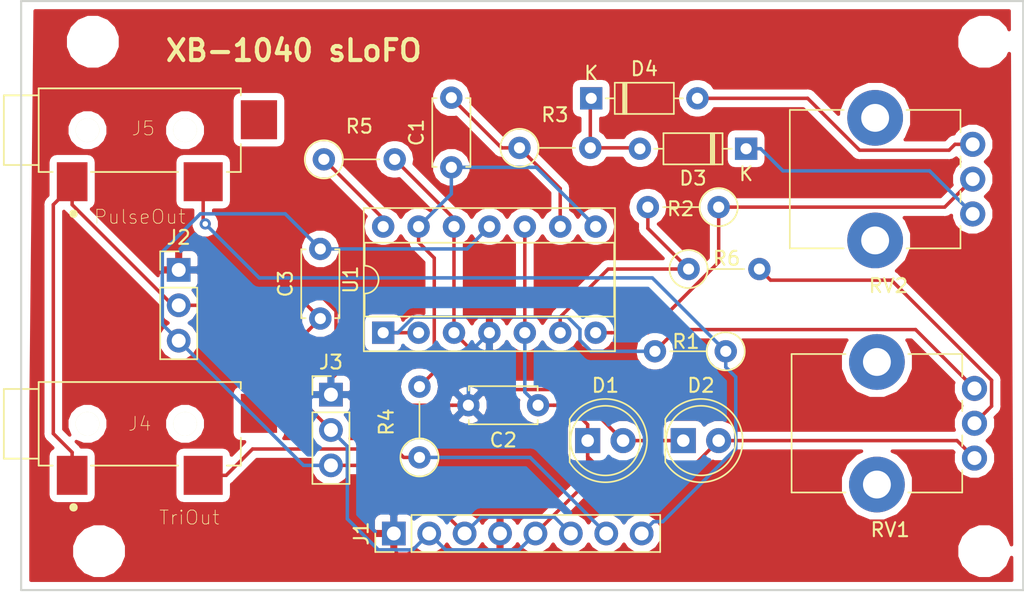
<source format=kicad_pcb>
(kicad_pcb (version 20171130) (host pcbnew "(5.1.0)-1")

  (general
    (thickness 1.6)
    (drawings 5)
    (tracks 161)
    (zones 0)
    (modules 25)
    (nets 19)
  )

  (page A4)
  (layers
    (0 F.Cu signal)
    (31 B.Cu signal)
    (32 B.Adhes user)
    (33 F.Adhes user)
    (34 B.Paste user)
    (35 F.Paste user)
    (36 B.SilkS user)
    (37 F.SilkS user)
    (38 B.Mask user)
    (39 F.Mask user)
    (40 Dwgs.User user)
    (41 Cmts.User user)
    (42 Eco1.User user)
    (43 Eco2.User user)
    (44 Edge.Cuts user)
    (45 Margin user)
    (46 B.CrtYd user)
    (47 F.CrtYd user)
    (48 B.Fab user)
    (49 F.Fab user hide)
  )

  (setup
    (last_trace_width 0.25)
    (trace_clearance 0.2)
    (zone_clearance 0.508)
    (zone_45_only no)
    (trace_min 0.2)
    (via_size 0.8)
    (via_drill 0.4)
    (via_min_size 0.4)
    (via_min_drill 0.3)
    (uvia_size 0.3)
    (uvia_drill 0.1)
    (uvias_allowed no)
    (uvia_min_size 0.2)
    (uvia_min_drill 0.1)
    (edge_width 0.15)
    (segment_width 0.2)
    (pcb_text_width 0.3)
    (pcb_text_size 1.5 1.5)
    (mod_edge_width 0.15)
    (mod_text_size 1 1)
    (mod_text_width 0.15)
    (pad_size 2.8 2.8)
    (pad_drill 0)
    (pad_to_mask_clearance 0.051)
    (solder_mask_min_width 0.25)
    (aux_axis_origin 0 0)
    (visible_elements 7FFFFFFF)
    (pcbplotparams
      (layerselection 0x010fc_ffffffff)
      (usegerberextensions false)
      (usegerberattributes false)
      (usegerberadvancedattributes false)
      (creategerberjobfile false)
      (excludeedgelayer true)
      (linewidth 0.100000)
      (plotframeref false)
      (viasonmask false)
      (mode 1)
      (useauxorigin false)
      (hpglpennumber 1)
      (hpglpenspeed 20)
      (hpglpendiameter 15.000000)
      (psnegative false)
      (psa4output false)
      (plotreference true)
      (plotvalue true)
      (plotinvisibletext false)
      (padsonsilk false)
      (subtractmaskfromsilk false)
      (outputformat 1)
      (mirror false)
      (drillshape 0)
      (scaleselection 1)
      (outputdirectory "gerbers/"))
  )

  (net 0 "")
  (net 1 "Net-(C1-Pad1)")
  (net 2 "Net-(C1-Pad2)")
  (net 3 +9V)
  (net 4 GND)
  (net 5 -9V)
  (net 6 "Net-(D1-Pad2)")
  (net 7 "Net-(D3-Pad2)")
  (net 8 "Net-(D3-Pad1)")
  (net 9 "Net-(D4-Pad2)")
  (net 10 TriOut)
  (net 11 PulseOut)
  (net 12 "Net-(R1-Pad2)")
  (net 13 "Net-(R2-Pad1)")
  (net 14 "Net-(R2-Pad2)")
  (net 15 "Net-(R5-Pad1)")
  (net 16 "Net-(R6-Pad2)")
  (net 17 "Net-(J5-PadTN)")
  (net 18 "Net-(J4-PadTN)")

  (net_class Default "This is the default net class."
    (clearance 0.2)
    (trace_width 0.25)
    (via_dia 0.8)
    (via_drill 0.4)
    (uvia_dia 0.3)
    (uvia_drill 0.1)
    (add_net +9V)
    (add_net -9V)
    (add_net GND)
    (add_net "Net-(C1-Pad1)")
    (add_net "Net-(C1-Pad2)")
    (add_net "Net-(D1-Pad2)")
    (add_net "Net-(D3-Pad1)")
    (add_net "Net-(D3-Pad2)")
    (add_net "Net-(D4-Pad2)")
    (add_net "Net-(J4-PadTN)")
    (add_net "Net-(J5-PadTN)")
    (add_net "Net-(R1-Pad2)")
    (add_net "Net-(R2-Pad1)")
    (add_net "Net-(R2-Pad2)")
    (add_net "Net-(R5-Pad1)")
    (add_net "Net-(R6-Pad2)")
    (add_net PulseOut)
    (add_net TriOut)
  )

  (module Potentiometer_THT:Potentiometer_Bourns_PTV09A-1_Single_Vertical (layer F.Cu) (tedit 5A3D4993) (tstamp 5C192D46)
    (at 172.4025 57.023 180)
    (descr "Potentiometer, vertical, Bourns PTV09A-1 Single, http://www.bourns.com/docs/Product-Datasheets/ptv09.pdf")
    (tags "Potentiometer vertical Bourns PTV09A-1 Single")
    (path /5C0D9428)
    (fp_text reference RV2 (at 6.05 -10.15 180) (layer F.SilkS)
      (effects (font (size 1 1) (thickness 0.15)))
    )
    (fp_text value 100K (at 6.05 5.15 180) (layer F.Fab)
      (effects (font (size 1 1) (thickness 0.15)))
    )
    (fp_circle (center 7.5 -2.5) (end 10.5 -2.5) (layer F.Fab) (width 0.1))
    (fp_line (start 1 -7.35) (end 1 2.35) (layer F.Fab) (width 0.1))
    (fp_line (start 1 2.35) (end 13 2.35) (layer F.Fab) (width 0.1))
    (fp_line (start 13 2.35) (end 13 -7.35) (layer F.Fab) (width 0.1))
    (fp_line (start 13 -7.35) (end 1 -7.35) (layer F.Fab) (width 0.1))
    (fp_line (start 0.88 -7.47) (end 4.745 -7.47) (layer F.SilkS) (width 0.12))
    (fp_line (start 9.255 -7.47) (end 13.12 -7.47) (layer F.SilkS) (width 0.12))
    (fp_line (start 0.88 2.47) (end 4.745 2.47) (layer F.SilkS) (width 0.12))
    (fp_line (start 9.255 2.47) (end 13.12 2.47) (layer F.SilkS) (width 0.12))
    (fp_line (start 0.88 -7.47) (end 0.88 -5.871) (layer F.SilkS) (width 0.12))
    (fp_line (start 0.88 -4.129) (end 0.88 -3.37) (layer F.SilkS) (width 0.12))
    (fp_line (start 0.88 -1.629) (end 0.88 -0.87) (layer F.SilkS) (width 0.12))
    (fp_line (start 0.88 0.87) (end 0.88 2.47) (layer F.SilkS) (width 0.12))
    (fp_line (start 13.12 -7.47) (end 13.12 2.47) (layer F.SilkS) (width 0.12))
    (fp_line (start -1.15 -9.15) (end -1.15 4.15) (layer F.CrtYd) (width 0.05))
    (fp_line (start -1.15 4.15) (end 13.25 4.15) (layer F.CrtYd) (width 0.05))
    (fp_line (start 13.25 4.15) (end 13.25 -9.15) (layer F.CrtYd) (width 0.05))
    (fp_line (start 13.25 -9.15) (end -1.15 -9.15) (layer F.CrtYd) (width 0.05))
    (fp_text user %R (at 2 -2.5 270) (layer F.Fab)
      (effects (font (size 1 1) (thickness 0.15)))
    )
    (pad 3 thru_hole circle (at 0 -5 180) (size 1.8 1.8) (drill 1) (layers *.Cu *.Mask)
      (net 8 "Net-(D3-Pad1)"))
    (pad 2 thru_hole circle (at 0 -2.5 180) (size 1.8 1.8) (drill 1) (layers *.Cu *.Mask)
      (net 13 "Net-(R2-Pad1)"))
    (pad 1 thru_hole circle (at 0 0 180) (size 1.8 1.8) (drill 1) (layers *.Cu *.Mask)
      (net 9 "Net-(D4-Pad2)"))
    (pad "" np_thru_hole circle (at 7 -6.9 180) (size 4 4) (drill 2) (layers *.Cu *.Mask))
    (pad "" np_thru_hole circle (at 7 1.9 180) (size 4 4) (drill 2) (layers *.Cu *.Mask))
    (model ${KISYS3DMOD}/Potentiometer_THT.3dshapes/Potentiometer_Bourns_PTV09A-1_Single_Vertical.wrl
      (at (xyz 0 0 0))
      (scale (xyz 1 1 1))
      (rotate (xyz 0 0 0))
    )
  )

  (module SJ2-3592B-SMT-TR:CUI_SJ2-3592B-SMT-TR (layer F.Cu) (tedit 5C0CB822) (tstamp 5C257E9B)
    (at 112.649 77.089)
    (path /5C0EC0E3)
    (attr smd)
    (fp_text reference J4 (at 0 0) (layer F.SilkS)
      (effects (font (size 1.00194 1.00194) (thickness 0.05)))
    )
    (fp_text value TriOut (at 3.556 6.731) (layer F.SilkS)
      (effects (font (size 1.00016 1.00016) (thickness 0.05)))
    )
    (fp_line (start -3.5 3) (end 2.75 3) (layer F.SilkS) (width 0.127))
    (fp_line (start 7.25 3) (end 6.25 3) (layer F.SilkS) (width 0.127))
    (fp_line (start 7.25 1) (end 7.25 3) (layer F.SilkS) (width 0.127))
    (fp_line (start 7.25 -3) (end 7.25 -2.5) (layer F.SilkS) (width 0.127))
    (fp_line (start -7.25 -3) (end 7.25 -3) (layer F.SilkS) (width 0.127))
    (fp_line (start -7.25 2.5) (end -7.25 -3) (layer F.SilkS) (width 0.127))
    (fp_line (start -7.25 3) (end -6.25 3) (layer F.SilkS) (width 0.127))
    (fp_line (start -7.25 2.5) (end -7.25 3) (layer F.SilkS) (width 0.127))
    (fp_line (start -9.75 2.5) (end -7.25 2.5) (layer F.SilkS) (width 0.127))
    (fp_line (start -9.75 -2.5) (end -9.75 2.5) (layer F.SilkS) (width 0.127))
    (fp_line (start -7.25 -2.5) (end -9.75 -2.5) (layer F.SilkS) (width 0.127))
    (fp_line (start -9.75 2.5) (end -7.25 2.5) (layer Dwgs.User) (width 0.127))
    (fp_line (start -9.75 -2.5) (end -9.75 2.5) (layer Dwgs.User) (width 0.127))
    (fp_line (start -7.25 -2.5) (end -9.75 -2.5) (layer Dwgs.User) (width 0.127))
    (fp_circle (center -4.75 6) (end -4.6 6) (layer F.SilkS) (width 0.3))
    (fp_line (start -10 5.5) (end -10 -3.25) (layer Eco1.User) (width 0.05))
    (fp_line (start 10.25 5.5) (end -10 5.5) (layer Eco1.User) (width 0.05))
    (fp_line (start 10.25 -3.25) (end 10.25 5.5) (layer Eco1.User) (width 0.05))
    (fp_line (start -10 -3.25) (end 10.25 -3.25) (layer Eco1.User) (width 0.05))
    (fp_line (start -7.25 -2.5) (end -7.25 -3) (layer Dwgs.User) (width 0.127))
    (fp_line (start -7.25 2.5) (end -7.25 -2.5) (layer Dwgs.User) (width 0.127))
    (fp_line (start -7.25 3) (end -7.25 2.5) (layer Dwgs.User) (width 0.127))
    (fp_line (start 7.25 3) (end -7.25 3) (layer Dwgs.User) (width 0.127))
    (fp_line (start 7.25 -3) (end 7.25 3) (layer Dwgs.User) (width 0.127))
    (fp_line (start -7.25 -3) (end 7.25 -3) (layer Dwgs.User) (width 0.127))
    (pad Hole np_thru_hole circle (at 3.25 0) (size 1.7 1.7) (drill 1.7) (layers *.Cu *.Mask F.SilkS))
    (pad Hole np_thru_hole circle (at -3.75 0) (size 1.7 1.7) (drill 1.7) (layers *.Cu *.Mask F.SilkS))
    (pad TN smd rect (at 8.55 -0.75) (size 2.6 2.8) (layers F.Cu F.Paste F.Mask)
      (net 18 "Net-(J4-PadTN)"))
    (pad T smd rect (at 4.55 3.7) (size 2.8 2.8) (layers F.Cu F.Paste F.Mask)
      (net 10 TriOut))
    (pad S smd rect (at -4.85 3.7) (size 2.2 2.8) (layers F.Cu F.Paste F.Mask)
      (net 4 GND))
  )

  (module SJ2-3592B-SMT-TR:CUI_SJ2-3592B-SMT-TR (layer F.Cu) (tedit 5C0CB7C9) (tstamp 5C257E79)
    (at 112.649 56.007)
    (path /5C0EC157)
    (attr smd)
    (fp_text reference J5 (at 0.254 -0.127) (layer F.SilkS)
      (effects (font (size 1.00194 1.00194) (thickness 0.05)))
    )
    (fp_text value PulseOut (at 0 6.223) (layer F.SilkS)
      (effects (font (size 1.00016 1.00016) (thickness 0.05)))
    )
    (fp_line (start -7.25 -3) (end 7.25 -3) (layer Dwgs.User) (width 0.127))
    (fp_line (start 7.25 -3) (end 7.25 3) (layer Dwgs.User) (width 0.127))
    (fp_line (start 7.25 3) (end -7.25 3) (layer Dwgs.User) (width 0.127))
    (fp_line (start -7.25 3) (end -7.25 2.5) (layer Dwgs.User) (width 0.127))
    (fp_line (start -7.25 2.5) (end -7.25 -2.5) (layer Dwgs.User) (width 0.127))
    (fp_line (start -7.25 -2.5) (end -7.25 -3) (layer Dwgs.User) (width 0.127))
    (fp_line (start -10 -3.25) (end 10.25 -3.25) (layer Eco1.User) (width 0.05))
    (fp_line (start 10.25 -3.25) (end 10.25 5.5) (layer Eco1.User) (width 0.05))
    (fp_line (start 10.25 5.5) (end -10 5.5) (layer Eco1.User) (width 0.05))
    (fp_line (start -10 5.5) (end -10 -3.25) (layer Eco1.User) (width 0.05))
    (fp_circle (center -4.75 6) (end -4.6 6) (layer F.SilkS) (width 0.3))
    (fp_line (start -7.25 -2.5) (end -9.75 -2.5) (layer Dwgs.User) (width 0.127))
    (fp_line (start -9.75 -2.5) (end -9.75 2.5) (layer Dwgs.User) (width 0.127))
    (fp_line (start -9.75 2.5) (end -7.25 2.5) (layer Dwgs.User) (width 0.127))
    (fp_line (start -7.25 -2.5) (end -9.75 -2.5) (layer F.SilkS) (width 0.127))
    (fp_line (start -9.75 -2.5) (end -9.75 2.5) (layer F.SilkS) (width 0.127))
    (fp_line (start -9.75 2.5) (end -7.25 2.5) (layer F.SilkS) (width 0.127))
    (fp_line (start -7.25 2.5) (end -7.25 3) (layer F.SilkS) (width 0.127))
    (fp_line (start -7.25 3) (end -6.25 3) (layer F.SilkS) (width 0.127))
    (fp_line (start -7.25 2.5) (end -7.25 -3) (layer F.SilkS) (width 0.127))
    (fp_line (start -7.25 -3) (end 7.25 -3) (layer F.SilkS) (width 0.127))
    (fp_line (start 7.25 -3) (end 7.25 -2.5) (layer F.SilkS) (width 0.127))
    (fp_line (start 7.25 1) (end 7.25 3) (layer F.SilkS) (width 0.127))
    (fp_line (start 7.25 3) (end 6.25 3) (layer F.SilkS) (width 0.127))
    (fp_line (start -3.5 3) (end 2.75 3) (layer F.SilkS) (width 0.127))
    (pad S smd rect (at -4.85 3.7) (size 2.2 2.8) (layers F.Cu F.Paste F.Mask)
      (net 4 GND))
    (pad T smd rect (at 4.55 3.7) (size 2.8 2.8) (layers F.Cu F.Paste F.Mask)
      (net 11 PulseOut))
    (pad TN smd rect (at 8.55 -0.75) (size 2.6 2.8) (layers F.Cu F.Paste F.Mask)
      (net 17 "Net-(J5-PadTN)"))
    (pad Hole np_thru_hole circle (at -3.75 0) (size 1.7 1.7) (drill 1.7) (layers *.Cu *.Mask F.SilkS))
    (pad Hole np_thru_hole circle (at 3.25 0) (size 1.7 1.7) (drill 1.7) (layers *.Cu *.Mask F.SilkS))
  )

  (module Resistor_THT:R_Axial_DIN0207_L6.3mm_D2.5mm_P5.08mm_Vertical (layer F.Cu) (tedit 5AE5139B) (tstamp 5C19426F)
    (at 139.8905 57.277)
    (descr "Resistor, Axial_DIN0207 series, Axial, Vertical, pin pitch=5.08mm, 0.25W = 1/4W, length*diameter=6.3*2.5mm^2, http://cdn-reichelt.de/documents/datenblatt/B400/1_4W%23YAG.pdf")
    (tags "Resistor Axial_DIN0207 series Axial Vertical pin pitch 5.08mm 0.25W = 1/4W length 6.3mm diameter 2.5mm")
    (path /5C0D9FEC)
    (fp_text reference R3 (at 2.54 -2.37) (layer F.SilkS)
      (effects (font (size 1 1) (thickness 0.15)))
    )
    (fp_text value 1K (at 2.54 2.37) (layer F.Fab)
      (effects (font (size 1 1) (thickness 0.15)))
    )
    (fp_text user %R (at 2.54 -2.37) (layer F.Fab)
      (effects (font (size 1 1) (thickness 0.15)))
    )
    (fp_line (start 6.13 -1.5) (end -1.5 -1.5) (layer F.CrtYd) (width 0.05))
    (fp_line (start 6.13 1.5) (end 6.13 -1.5) (layer F.CrtYd) (width 0.05))
    (fp_line (start -1.5 1.5) (end 6.13 1.5) (layer F.CrtYd) (width 0.05))
    (fp_line (start -1.5 -1.5) (end -1.5 1.5) (layer F.CrtYd) (width 0.05))
    (fp_line (start 1.37 0) (end 3.98 0) (layer F.SilkS) (width 0.12))
    (fp_line (start 0 0) (end 5.08 0) (layer F.Fab) (width 0.1))
    (fp_circle (center 0 0) (end 1.37 0) (layer F.SilkS) (width 0.12))
    (fp_circle (center 0 0) (end 1.25 0) (layer F.Fab) (width 0.1))
    (pad 2 thru_hole oval (at 5.08 0) (size 1.6 1.6) (drill 0.8) (layers *.Cu *.Mask)
      (net 7 "Net-(D3-Pad2)"))
    (pad 1 thru_hole circle (at 0 0) (size 1.6 1.6) (drill 0.8) (layers *.Cu *.Mask)
      (net 2 "Net-(C1-Pad2)"))
    (model ${KISYS3DMOD}/Resistor_THT.3dshapes/R_Axial_DIN0207_L6.3mm_D2.5mm_P5.08mm_Vertical.wrl
      (at (xyz 0 0 0))
      (scale (xyz 1 1 1))
      (rotate (xyz 0 0 0))
    )
  )

  (module Resistor_THT:R_Axial_DIN0207_L6.3mm_D2.5mm_P5.08mm_Vertical (layer F.Cu) (tedit 5AE5139B) (tstamp 5C194261)
    (at 132.715 79.502 90)
    (descr "Resistor, Axial_DIN0207 series, Axial, Vertical, pin pitch=5.08mm, 0.25W = 1/4W, length*diameter=6.3*2.5mm^2, http://cdn-reichelt.de/documents/datenblatt/B400/1_4W%23YAG.pdf")
    (tags "Resistor Axial_DIN0207 series Axial Vertical pin pitch 5.08mm 0.25W = 1/4W length 6.3mm diameter 2.5mm")
    (path /5C0DB363)
    (fp_text reference R4 (at 2.54 -2.37 90) (layer F.SilkS)
      (effects (font (size 1 1) (thickness 0.15)))
    )
    (fp_text value 1K (at 2.54 2.37 90) (layer F.Fab)
      (effects (font (size 1 1) (thickness 0.15)))
    )
    (fp_circle (center 0 0) (end 1.25 0) (layer F.Fab) (width 0.1))
    (fp_circle (center 0 0) (end 1.37 0) (layer F.SilkS) (width 0.12))
    (fp_line (start 0 0) (end 5.08 0) (layer F.Fab) (width 0.1))
    (fp_line (start 1.37 0) (end 3.98 0) (layer F.SilkS) (width 0.12))
    (fp_line (start -1.5 -1.5) (end -1.5 1.5) (layer F.CrtYd) (width 0.05))
    (fp_line (start -1.5 1.5) (end 6.13 1.5) (layer F.CrtYd) (width 0.05))
    (fp_line (start 6.13 1.5) (end 6.13 -1.5) (layer F.CrtYd) (width 0.05))
    (fp_line (start 6.13 -1.5) (end -1.5 -1.5) (layer F.CrtYd) (width 0.05))
    (fp_text user %R (at 2.54 -2.37 90) (layer F.Fab)
      (effects (font (size 1 1) (thickness 0.15)))
    )
    (pad 1 thru_hole circle (at 0 0 90) (size 1.6 1.6) (drill 0.8) (layers *.Cu *.Mask)
      (net 10 TriOut))
    (pad 2 thru_hole oval (at 5.08 0 90) (size 1.6 1.6) (drill 0.8) (layers *.Cu *.Mask)
      (net 1 "Net-(C1-Pad1)"))
    (model ${KISYS3DMOD}/Resistor_THT.3dshapes/R_Axial_DIN0207_L6.3mm_D2.5mm_P5.08mm_Vertical.wrl
      (at (xyz 0 0 0))
      (scale (xyz 1 1 1))
      (rotate (xyz 0 0 0))
    )
  )

  (module Resistor_THT:R_Axial_DIN0207_L6.3mm_D2.5mm_P5.08mm_Vertical (layer F.Cu) (tedit 5AE5139B) (tstamp 5C194253)
    (at 152.019 65.9765)
    (descr "Resistor, Axial_DIN0207 series, Axial, Vertical, pin pitch=5.08mm, 0.25W = 1/4W, length*diameter=6.3*2.5mm^2, http://cdn-reichelt.de/documents/datenblatt/B400/1_4W%23YAG.pdf")
    (tags "Resistor Axial_DIN0207 series Axial Vertical pin pitch 5.08mm 0.25W = 1/4W length 6.3mm diameter 2.5mm")
    (path /5C0DED2C)
    (fp_text reference R6 (at 2.7305 -0.762) (layer F.SilkS)
      (effects (font (size 1 1) (thickness 0.15)))
    )
    (fp_text value 47K (at 2.54 2.37) (layer F.Fab)
      (effects (font (size 1 1) (thickness 0.15)))
    )
    (fp_text user %R (at 2.54 -2.37) (layer F.Fab)
      (effects (font (size 1 1) (thickness 0.15)))
    )
    (fp_line (start 6.13 -1.5) (end -1.5 -1.5) (layer F.CrtYd) (width 0.05))
    (fp_line (start 6.13 1.5) (end 6.13 -1.5) (layer F.CrtYd) (width 0.05))
    (fp_line (start -1.5 1.5) (end 6.13 1.5) (layer F.CrtYd) (width 0.05))
    (fp_line (start -1.5 -1.5) (end -1.5 1.5) (layer F.CrtYd) (width 0.05))
    (fp_line (start 1.37 0) (end 3.98 0) (layer F.SilkS) (width 0.12))
    (fp_line (start 0 0) (end 5.08 0) (layer F.Fab) (width 0.1))
    (fp_circle (center 0 0) (end 1.37 0) (layer F.SilkS) (width 0.12))
    (fp_circle (center 0 0) (end 1.25 0) (layer F.Fab) (width 0.1))
    (pad 2 thru_hole oval (at 5.08 0) (size 1.6 1.6) (drill 0.8) (layers *.Cu *.Mask)
      (net 16 "Net-(R6-Pad2)"))
    (pad 1 thru_hole circle (at 0 0) (size 1.6 1.6) (drill 0.8) (layers *.Cu *.Mask)
      (net 14 "Net-(R2-Pad2)"))
    (model ${KISYS3DMOD}/Resistor_THT.3dshapes/R_Axial_DIN0207_L6.3mm_D2.5mm_P5.08mm_Vertical.wrl
      (at (xyz 0 0 0))
      (scale (xyz 1 1 1))
      (rotate (xyz 0 0 0))
    )
  )

  (module Resistor_THT:R_Axial_DIN0207_L6.3mm_D2.5mm_P5.08mm_Vertical (layer F.Cu) (tedit 5AE5139B) (tstamp 5C194245)
    (at 125.857 58.1025)
    (descr "Resistor, Axial_DIN0207 series, Axial, Vertical, pin pitch=5.08mm, 0.25W = 1/4W, length*diameter=6.3*2.5mm^2, http://cdn-reichelt.de/documents/datenblatt/B400/1_4W%23YAG.pdf")
    (tags "Resistor Axial_DIN0207 series Axial Vertical pin pitch 5.08mm 0.25W = 1/4W length 6.3mm diameter 2.5mm")
    (path /5C0DBCCD)
    (fp_text reference R5 (at 2.54 -2.37) (layer F.SilkS)
      (effects (font (size 1 1) (thickness 0.15)))
    )
    (fp_text value 22K (at 2.54 2.37) (layer F.Fab)
      (effects (font (size 1 1) (thickness 0.15)))
    )
    (fp_circle (center 0 0) (end 1.25 0) (layer F.Fab) (width 0.1))
    (fp_circle (center 0 0) (end 1.37 0) (layer F.SilkS) (width 0.12))
    (fp_line (start 0 0) (end 5.08 0) (layer F.Fab) (width 0.1))
    (fp_line (start 1.37 0) (end 3.98 0) (layer F.SilkS) (width 0.12))
    (fp_line (start -1.5 -1.5) (end -1.5 1.5) (layer F.CrtYd) (width 0.05))
    (fp_line (start -1.5 1.5) (end 6.13 1.5) (layer F.CrtYd) (width 0.05))
    (fp_line (start 6.13 1.5) (end 6.13 -1.5) (layer F.CrtYd) (width 0.05))
    (fp_line (start 6.13 -1.5) (end -1.5 -1.5) (layer F.CrtYd) (width 0.05))
    (fp_text user %R (at 2.54 -2.37) (layer F.Fab)
      (effects (font (size 1 1) (thickness 0.15)))
    )
    (pad 1 thru_hole circle (at 0 0) (size 1.6 1.6) (drill 0.8) (layers *.Cu *.Mask)
      (net 15 "Net-(R5-Pad1)"))
    (pad 2 thru_hole oval (at 5.08 0) (size 1.6 1.6) (drill 0.8) (layers *.Cu *.Mask)
      (net 6 "Net-(D1-Pad2)"))
    (model ${KISYS3DMOD}/Resistor_THT.3dshapes/R_Axial_DIN0207_L6.3mm_D2.5mm_P5.08mm_Vertical.wrl
      (at (xyz 0 0 0))
      (scale (xyz 1 1 1))
      (rotate (xyz 0 0 0))
    )
  )

  (module Resistor_THT:R_Axial_DIN0207_L6.3mm_D2.5mm_P5.08mm_Vertical (layer F.Cu) (tedit 5AE5139B) (tstamp 5C194237)
    (at 154.686 71.882 180)
    (descr "Resistor, Axial_DIN0207 series, Axial, Vertical, pin pitch=5.08mm, 0.25W = 1/4W, length*diameter=6.3*2.5mm^2, http://cdn-reichelt.de/documents/datenblatt/B400/1_4W%23YAG.pdf")
    (tags "Resistor Axial_DIN0207 series Axial Vertical pin pitch 5.08mm 0.25W = 1/4W length 6.3mm diameter 2.5mm")
    (path /5C0D90B6)
    (fp_text reference R1 (at 2.8575 0.6985 180) (layer F.SilkS)
      (effects (font (size 1 1) (thickness 0.15)))
    )
    (fp_text value 1K (at 2.54 2.37 180) (layer F.Fab)
      (effects (font (size 1 1) (thickness 0.15)))
    )
    (fp_text user %R (at 2.54 -2.37 180) (layer F.Fab)
      (effects (font (size 1 1) (thickness 0.15)))
    )
    (fp_line (start 6.13 -1.5) (end -1.5 -1.5) (layer F.CrtYd) (width 0.05))
    (fp_line (start 6.13 1.5) (end 6.13 -1.5) (layer F.CrtYd) (width 0.05))
    (fp_line (start -1.5 1.5) (end 6.13 1.5) (layer F.CrtYd) (width 0.05))
    (fp_line (start -1.5 -1.5) (end -1.5 1.5) (layer F.CrtYd) (width 0.05))
    (fp_line (start 1.37 0) (end 3.98 0) (layer F.SilkS) (width 0.12))
    (fp_line (start 0 0) (end 5.08 0) (layer F.Fab) (width 0.1))
    (fp_circle (center 0 0) (end 1.37 0) (layer F.SilkS) (width 0.12))
    (fp_circle (center 0 0) (end 1.25 0) (layer F.Fab) (width 0.1))
    (pad 2 thru_hole oval (at 5.08 0 180) (size 1.6 1.6) (drill 0.8) (layers *.Cu *.Mask)
      (net 12 "Net-(R1-Pad2)"))
    (pad 1 thru_hole circle (at 0 0 180) (size 1.6 1.6) (drill 0.8) (layers *.Cu *.Mask)
      (net 11 PulseOut))
    (model ${KISYS3DMOD}/Resistor_THT.3dshapes/R_Axial_DIN0207_L6.3mm_D2.5mm_P5.08mm_Vertical.wrl
      (at (xyz 0 0 0))
      (scale (xyz 1 1 1))
      (rotate (xyz 0 0 0))
    )
  )

  (module Resistor_THT:R_Axial_DIN0207_L6.3mm_D2.5mm_P5.08mm_Vertical (layer F.Cu) (tedit 5AE5139B) (tstamp 5C194229)
    (at 154.178 61.5315 180)
    (descr "Resistor, Axial_DIN0207 series, Axial, Vertical, pin pitch=5.08mm, 0.25W = 1/4W, length*diameter=6.3*2.5mm^2, http://cdn-reichelt.de/documents/datenblatt/B400/1_4W%23YAG.pdf")
    (tags "Resistor Axial_DIN0207 series Axial Vertical pin pitch 5.08mm 0.25W = 1/4W length 6.3mm diameter 2.5mm")
    (path /5C0D83F4)
    (fp_text reference R2 (at 2.7305 -0.127 180) (layer F.SilkS)
      (effects (font (size 1 1) (thickness 0.15)))
    )
    (fp_text value 100k (at 2.54 2.37 180) (layer F.Fab)
      (effects (font (size 1 1) (thickness 0.15)))
    )
    (fp_circle (center 0 0) (end 1.25 0) (layer F.Fab) (width 0.1))
    (fp_circle (center 0 0) (end 1.37 0) (layer F.SilkS) (width 0.12))
    (fp_line (start 0 0) (end 5.08 0) (layer F.Fab) (width 0.1))
    (fp_line (start 1.37 0) (end 3.98 0) (layer F.SilkS) (width 0.12))
    (fp_line (start -1.5 -1.5) (end -1.5 1.5) (layer F.CrtYd) (width 0.05))
    (fp_line (start -1.5 1.5) (end 6.13 1.5) (layer F.CrtYd) (width 0.05))
    (fp_line (start 6.13 1.5) (end 6.13 -1.5) (layer F.CrtYd) (width 0.05))
    (fp_line (start 6.13 -1.5) (end -1.5 -1.5) (layer F.CrtYd) (width 0.05))
    (fp_text user %R (at 2.54 -2.37 180) (layer F.Fab)
      (effects (font (size 1 1) (thickness 0.15)))
    )
    (pad 1 thru_hole circle (at 0 0 180) (size 1.6 1.6) (drill 0.8) (layers *.Cu *.Mask)
      (net 13 "Net-(R2-Pad1)"))
    (pad 2 thru_hole oval (at 5.08 0 180) (size 1.6 1.6) (drill 0.8) (layers *.Cu *.Mask)
      (net 14 "Net-(R2-Pad2)"))
    (model ${KISYS3DMOD}/Resistor_THT.3dshapes/R_Axial_DIN0207_L6.3mm_D2.5mm_P5.08mm_Vertical.wrl
      (at (xyz 0 0 0))
      (scale (xyz 1 1 1))
      (rotate (xyz 0 0 0))
    )
  )

  (module Capacitor_THT:C_Disc_D4.7mm_W2.5mm_P5.00mm (layer F.Cu) (tedit 5AE50EF0) (tstamp 5C192B8E)
    (at 135.001 58.674 90)
    (descr "C, Disc series, Radial, pin pitch=5.00mm, , diameter*width=4.7*2.5mm^2, Capacitor, http://www.vishay.com/docs/45233/krseries.pdf")
    (tags "C Disc series Radial pin pitch 5.00mm  diameter 4.7mm width 2.5mm Capacitor")
    (path /5C0D8499)
    (fp_text reference C1 (at 2.5 -2.5 90) (layer F.SilkS)
      (effects (font (size 1 1) (thickness 0.15)))
    )
    (fp_text value 1uF (at 2.5 2.5 90) (layer F.Fab)
      (effects (font (size 1 1) (thickness 0.15)))
    )
    (fp_line (start 0.15 -1.25) (end 0.15 1.25) (layer F.Fab) (width 0.1))
    (fp_line (start 0.15 1.25) (end 4.85 1.25) (layer F.Fab) (width 0.1))
    (fp_line (start 4.85 1.25) (end 4.85 -1.25) (layer F.Fab) (width 0.1))
    (fp_line (start 4.85 -1.25) (end 0.15 -1.25) (layer F.Fab) (width 0.1))
    (fp_line (start 0.03 -1.37) (end 4.97 -1.37) (layer F.SilkS) (width 0.12))
    (fp_line (start 0.03 1.37) (end 4.97 1.37) (layer F.SilkS) (width 0.12))
    (fp_line (start 0.03 -1.37) (end 0.03 -1.055) (layer F.SilkS) (width 0.12))
    (fp_line (start 0.03 1.055) (end 0.03 1.37) (layer F.SilkS) (width 0.12))
    (fp_line (start 4.97 -1.37) (end 4.97 -1.055) (layer F.SilkS) (width 0.12))
    (fp_line (start 4.97 1.055) (end 4.97 1.37) (layer F.SilkS) (width 0.12))
    (fp_line (start -1.05 -1.5) (end -1.05 1.5) (layer F.CrtYd) (width 0.05))
    (fp_line (start -1.05 1.5) (end 6.05 1.5) (layer F.CrtYd) (width 0.05))
    (fp_line (start 6.05 1.5) (end 6.05 -1.5) (layer F.CrtYd) (width 0.05))
    (fp_line (start 6.05 -1.5) (end -1.05 -1.5) (layer F.CrtYd) (width 0.05))
    (fp_text user %R (at 2.5 0 90) (layer F.Fab)
      (effects (font (size 0.94 0.94) (thickness 0.141)))
    )
    (pad 1 thru_hole circle (at 0 0 90) (size 1.6 1.6) (drill 0.8) (layers *.Cu *.Mask)
      (net 1 "Net-(C1-Pad1)"))
    (pad 2 thru_hole circle (at 5 0 90) (size 1.6 1.6) (drill 0.8) (layers *.Cu *.Mask)
      (net 2 "Net-(C1-Pad2)"))
    (model ${KISYS3DMOD}/Capacitor_THT.3dshapes/C_Disc_D4.7mm_W2.5mm_P5.00mm.wrl
      (at (xyz 0 0 0))
      (scale (xyz 1 1 1))
      (rotate (xyz 0 0 0))
    )
  )

  (module Capacitor_THT:C_Disc_D4.7mm_W2.5mm_P5.00mm (layer F.Cu) (tedit 5AE50EF0) (tstamp 5C192BA3)
    (at 141.224 75.7555 180)
    (descr "C, Disc series, Radial, pin pitch=5.00mm, , diameter*width=4.7*2.5mm^2, Capacitor, http://www.vishay.com/docs/45233/krseries.pdf")
    (tags "C Disc series Radial pin pitch 5.00mm  diameter 4.7mm width 2.5mm Capacitor")
    (path /5C0E042B)
    (fp_text reference C2 (at 2.5 -2.5 180) (layer F.SilkS)
      (effects (font (size 1 1) (thickness 0.15)))
    )
    (fp_text value 100nF (at 2.5 2.5 180) (layer F.Fab)
      (effects (font (size 1 1) (thickness 0.15)))
    )
    (fp_text user %R (at 2.5 0 180) (layer F.Fab)
      (effects (font (size 0.94 0.94) (thickness 0.141)))
    )
    (fp_line (start 6.05 -1.5) (end -1.05 -1.5) (layer F.CrtYd) (width 0.05))
    (fp_line (start 6.05 1.5) (end 6.05 -1.5) (layer F.CrtYd) (width 0.05))
    (fp_line (start -1.05 1.5) (end 6.05 1.5) (layer F.CrtYd) (width 0.05))
    (fp_line (start -1.05 -1.5) (end -1.05 1.5) (layer F.CrtYd) (width 0.05))
    (fp_line (start 4.97 1.055) (end 4.97 1.37) (layer F.SilkS) (width 0.12))
    (fp_line (start 4.97 -1.37) (end 4.97 -1.055) (layer F.SilkS) (width 0.12))
    (fp_line (start 0.03 1.055) (end 0.03 1.37) (layer F.SilkS) (width 0.12))
    (fp_line (start 0.03 -1.37) (end 0.03 -1.055) (layer F.SilkS) (width 0.12))
    (fp_line (start 0.03 1.37) (end 4.97 1.37) (layer F.SilkS) (width 0.12))
    (fp_line (start 0.03 -1.37) (end 4.97 -1.37) (layer F.SilkS) (width 0.12))
    (fp_line (start 4.85 -1.25) (end 0.15 -1.25) (layer F.Fab) (width 0.1))
    (fp_line (start 4.85 1.25) (end 4.85 -1.25) (layer F.Fab) (width 0.1))
    (fp_line (start 0.15 1.25) (end 4.85 1.25) (layer F.Fab) (width 0.1))
    (fp_line (start 0.15 -1.25) (end 0.15 1.25) (layer F.Fab) (width 0.1))
    (pad 2 thru_hole circle (at 5 0 180) (size 1.6 1.6) (drill 0.8) (layers *.Cu *.Mask)
      (net 3 +9V))
    (pad 1 thru_hole circle (at 0 0 180) (size 1.6 1.6) (drill 0.8) (layers *.Cu *.Mask)
      (net 4 GND))
    (model ${KISYS3DMOD}/Capacitor_THT.3dshapes/C_Disc_D4.7mm_W2.5mm_P5.00mm.wrl
      (at (xyz 0 0 0))
      (scale (xyz 1 1 1))
      (rotate (xyz 0 0 0))
    )
  )

  (module Capacitor_THT:C_Disc_D4.7mm_W2.5mm_P5.00mm (layer F.Cu) (tedit 5AE50EF0) (tstamp 5C192BB8)
    (at 125.603 69.5325 90)
    (descr "C, Disc series, Radial, pin pitch=5.00mm, , diameter*width=4.7*2.5mm^2, Capacitor, http://www.vishay.com/docs/45233/krseries.pdf")
    (tags "C Disc series Radial pin pitch 5.00mm  diameter 4.7mm width 2.5mm Capacitor")
    (path /5C0E04ED)
    (fp_text reference C3 (at 2.5 -2.5 90) (layer F.SilkS)
      (effects (font (size 1 1) (thickness 0.15)))
    )
    (fp_text value 100nF (at 2.5 2.5 90) (layer F.Fab)
      (effects (font (size 1 1) (thickness 0.15)))
    )
    (fp_line (start 0.15 -1.25) (end 0.15 1.25) (layer F.Fab) (width 0.1))
    (fp_line (start 0.15 1.25) (end 4.85 1.25) (layer F.Fab) (width 0.1))
    (fp_line (start 4.85 1.25) (end 4.85 -1.25) (layer F.Fab) (width 0.1))
    (fp_line (start 4.85 -1.25) (end 0.15 -1.25) (layer F.Fab) (width 0.1))
    (fp_line (start 0.03 -1.37) (end 4.97 -1.37) (layer F.SilkS) (width 0.12))
    (fp_line (start 0.03 1.37) (end 4.97 1.37) (layer F.SilkS) (width 0.12))
    (fp_line (start 0.03 -1.37) (end 0.03 -1.055) (layer F.SilkS) (width 0.12))
    (fp_line (start 0.03 1.055) (end 0.03 1.37) (layer F.SilkS) (width 0.12))
    (fp_line (start 4.97 -1.37) (end 4.97 -1.055) (layer F.SilkS) (width 0.12))
    (fp_line (start 4.97 1.055) (end 4.97 1.37) (layer F.SilkS) (width 0.12))
    (fp_line (start -1.05 -1.5) (end -1.05 1.5) (layer F.CrtYd) (width 0.05))
    (fp_line (start -1.05 1.5) (end 6.05 1.5) (layer F.CrtYd) (width 0.05))
    (fp_line (start 6.05 1.5) (end 6.05 -1.5) (layer F.CrtYd) (width 0.05))
    (fp_line (start 6.05 -1.5) (end -1.05 -1.5) (layer F.CrtYd) (width 0.05))
    (fp_text user %R (at 2.5 0 90) (layer F.Fab)
      (effects (font (size 0.94 0.94) (thickness 0.141)))
    )
    (pad 1 thru_hole circle (at 0 0 90) (size 1.6 1.6) (drill 0.8) (layers *.Cu *.Mask)
      (net 4 GND))
    (pad 2 thru_hole circle (at 5 0 90) (size 1.6 1.6) (drill 0.8) (layers *.Cu *.Mask)
      (net 5 -9V))
    (model ${KISYS3DMOD}/Capacitor_THT.3dshapes/C_Disc_D4.7mm_W2.5mm_P5.00mm.wrl
      (at (xyz 0 0 0))
      (scale (xyz 1 1 1))
      (rotate (xyz 0 0 0))
    )
  )

  (module LED_THT:LED_D5.0mm (layer F.Cu) (tedit 5995936A) (tstamp 5C192BCA)
    (at 144.78 78.2955)
    (descr "LED, diameter 5.0mm, 2 pins, http://cdn-reichelt.de/documents/datenblatt/A500/LL-504BC2E-009.pdf")
    (tags "LED diameter 5.0mm 2 pins")
    (path /5C0D8AD4)
    (fp_text reference D1 (at 1.27 -3.96) (layer F.SilkS)
      (effects (font (size 1 1) (thickness 0.15)))
    )
    (fp_text value BlueLED (at 1.27 3.96) (layer F.Fab)
      (effects (font (size 1 1) (thickness 0.15)))
    )
    (fp_arc (start 1.27 0) (end -1.23 -1.469694) (angle 299.1) (layer F.Fab) (width 0.1))
    (fp_arc (start 1.27 0) (end -1.29 -1.54483) (angle 148.9) (layer F.SilkS) (width 0.12))
    (fp_arc (start 1.27 0) (end -1.29 1.54483) (angle -148.9) (layer F.SilkS) (width 0.12))
    (fp_circle (center 1.27 0) (end 3.77 0) (layer F.Fab) (width 0.1))
    (fp_circle (center 1.27 0) (end 3.77 0) (layer F.SilkS) (width 0.12))
    (fp_line (start -1.23 -1.469694) (end -1.23 1.469694) (layer F.Fab) (width 0.1))
    (fp_line (start -1.29 -1.545) (end -1.29 1.545) (layer F.SilkS) (width 0.12))
    (fp_line (start -1.95 -3.25) (end -1.95 3.25) (layer F.CrtYd) (width 0.05))
    (fp_line (start -1.95 3.25) (end 4.5 3.25) (layer F.CrtYd) (width 0.05))
    (fp_line (start 4.5 3.25) (end 4.5 -3.25) (layer F.CrtYd) (width 0.05))
    (fp_line (start 4.5 -3.25) (end -1.95 -3.25) (layer F.CrtYd) (width 0.05))
    (fp_text user %R (at 1.25 0) (layer F.Fab)
      (effects (font (size 0.8 0.8) (thickness 0.2)))
    )
    (pad 1 thru_hole rect (at 0 0) (size 1.8 1.8) (drill 0.9) (layers *.Cu *.Mask)
      (net 4 GND))
    (pad 2 thru_hole circle (at 2.54 0) (size 1.8 1.8) (drill 0.9) (layers *.Cu *.Mask)
      (net 6 "Net-(D1-Pad2)"))
    (model ${KISYS3DMOD}/LED_THT.3dshapes/LED_D5.0mm.wrl
      (at (xyz 0 0 0))
      (scale (xyz 1 1 1))
      (rotate (xyz 0 0 0))
    )
  )

  (module LED_THT:LED_D5.0mm (layer F.Cu) (tedit 5995936A) (tstamp 5C192BDC)
    (at 151.638 78.2955)
    (descr "LED, diameter 5.0mm, 2 pins, http://cdn-reichelt.de/documents/datenblatt/A500/LL-504BC2E-009.pdf")
    (tags "LED diameter 5.0mm 2 pins")
    (path /5C0D8CCA)
    (fp_text reference D2 (at 1.27 -3.96) (layer F.SilkS)
      (effects (font (size 1 1) (thickness 0.15)))
    )
    (fp_text value BlueLED (at 1.27 3.96) (layer F.Fab)
      (effects (font (size 1 1) (thickness 0.15)))
    )
    (fp_arc (start 1.27 0) (end -1.23 -1.469694) (angle 299.1) (layer F.Fab) (width 0.1))
    (fp_arc (start 1.27 0) (end -1.29 -1.54483) (angle 148.9) (layer F.SilkS) (width 0.12))
    (fp_arc (start 1.27 0) (end -1.29 1.54483) (angle -148.9) (layer F.SilkS) (width 0.12))
    (fp_circle (center 1.27 0) (end 3.77 0) (layer F.Fab) (width 0.1))
    (fp_circle (center 1.27 0) (end 3.77 0) (layer F.SilkS) (width 0.12))
    (fp_line (start -1.23 -1.469694) (end -1.23 1.469694) (layer F.Fab) (width 0.1))
    (fp_line (start -1.29 -1.545) (end -1.29 1.545) (layer F.SilkS) (width 0.12))
    (fp_line (start -1.95 -3.25) (end -1.95 3.25) (layer F.CrtYd) (width 0.05))
    (fp_line (start -1.95 3.25) (end 4.5 3.25) (layer F.CrtYd) (width 0.05))
    (fp_line (start 4.5 3.25) (end 4.5 -3.25) (layer F.CrtYd) (width 0.05))
    (fp_line (start 4.5 -3.25) (end -1.95 -3.25) (layer F.CrtYd) (width 0.05))
    (fp_text user %R (at 1.25 0) (layer F.Fab)
      (effects (font (size 0.8 0.8) (thickness 0.2)))
    )
    (pad 1 thru_hole rect (at 0 0) (size 1.8 1.8) (drill 0.9) (layers *.Cu *.Mask)
      (net 6 "Net-(D1-Pad2)"))
    (pad 2 thru_hole circle (at 2.54 0) (size 1.8 1.8) (drill 0.9) (layers *.Cu *.Mask)
      (net 4 GND))
    (model ${KISYS3DMOD}/LED_THT.3dshapes/LED_D5.0mm.wrl
      (at (xyz 0 0 0))
      (scale (xyz 1 1 1))
      (rotate (xyz 0 0 0))
    )
  )

  (module Diode_THT:D_DO-35_SOD27_P7.62mm_Horizontal (layer F.Cu) (tedit 5AE50CD5) (tstamp 5C192BFB)
    (at 156.1465 57.3405 180)
    (descr "Diode, DO-35_SOD27 series, Axial, Horizontal, pin pitch=7.62mm, , length*diameter=4*2mm^2, , http://www.diodes.com/_files/packages/DO-35.pdf")
    (tags "Diode DO-35_SOD27 series Axial Horizontal pin pitch 7.62mm  length 4mm diameter 2mm")
    (path /5C0D9820)
    (fp_text reference D3 (at 3.81 -2.12 180) (layer F.SilkS)
      (effects (font (size 1 1) (thickness 0.15)))
    )
    (fp_text value 1N4148 (at 3.81 2.12 180) (layer F.Fab)
      (effects (font (size 1 1) (thickness 0.15)))
    )
    (fp_text user K (at 0 -1.8 180) (layer F.SilkS)
      (effects (font (size 1 1) (thickness 0.15)))
    )
    (fp_text user K (at 0 -1.8 180) (layer F.Fab)
      (effects (font (size 1 1) (thickness 0.15)))
    )
    (fp_text user %R (at 4.11 0 180) (layer F.Fab)
      (effects (font (size 0.8 0.8) (thickness 0.12)))
    )
    (fp_line (start 8.67 -1.25) (end -1.05 -1.25) (layer F.CrtYd) (width 0.05))
    (fp_line (start 8.67 1.25) (end 8.67 -1.25) (layer F.CrtYd) (width 0.05))
    (fp_line (start -1.05 1.25) (end 8.67 1.25) (layer F.CrtYd) (width 0.05))
    (fp_line (start -1.05 -1.25) (end -1.05 1.25) (layer F.CrtYd) (width 0.05))
    (fp_line (start 2.29 -1.12) (end 2.29 1.12) (layer F.SilkS) (width 0.12))
    (fp_line (start 2.53 -1.12) (end 2.53 1.12) (layer F.SilkS) (width 0.12))
    (fp_line (start 2.41 -1.12) (end 2.41 1.12) (layer F.SilkS) (width 0.12))
    (fp_line (start 6.58 0) (end 5.93 0) (layer F.SilkS) (width 0.12))
    (fp_line (start 1.04 0) (end 1.69 0) (layer F.SilkS) (width 0.12))
    (fp_line (start 5.93 -1.12) (end 1.69 -1.12) (layer F.SilkS) (width 0.12))
    (fp_line (start 5.93 1.12) (end 5.93 -1.12) (layer F.SilkS) (width 0.12))
    (fp_line (start 1.69 1.12) (end 5.93 1.12) (layer F.SilkS) (width 0.12))
    (fp_line (start 1.69 -1.12) (end 1.69 1.12) (layer F.SilkS) (width 0.12))
    (fp_line (start 2.31 -1) (end 2.31 1) (layer F.Fab) (width 0.1))
    (fp_line (start 2.51 -1) (end 2.51 1) (layer F.Fab) (width 0.1))
    (fp_line (start 2.41 -1) (end 2.41 1) (layer F.Fab) (width 0.1))
    (fp_line (start 7.62 0) (end 5.81 0) (layer F.Fab) (width 0.1))
    (fp_line (start 0 0) (end 1.81 0) (layer F.Fab) (width 0.1))
    (fp_line (start 5.81 -1) (end 1.81 -1) (layer F.Fab) (width 0.1))
    (fp_line (start 5.81 1) (end 5.81 -1) (layer F.Fab) (width 0.1))
    (fp_line (start 1.81 1) (end 5.81 1) (layer F.Fab) (width 0.1))
    (fp_line (start 1.81 -1) (end 1.81 1) (layer F.Fab) (width 0.1))
    (pad 2 thru_hole oval (at 7.62 0 180) (size 1.6 1.6) (drill 0.8) (layers *.Cu *.Mask)
      (net 7 "Net-(D3-Pad2)"))
    (pad 1 thru_hole rect (at 0 0 180) (size 1.6 1.6) (drill 0.8) (layers *.Cu *.Mask)
      (net 8 "Net-(D3-Pad1)"))
    (model ${KISYS3DMOD}/Diode_THT.3dshapes/D_DO-35_SOD27_P7.62mm_Horizontal.wrl
      (at (xyz 0 0 0))
      (scale (xyz 1 1 1))
      (rotate (xyz 0 0 0))
    )
  )

  (module Diode_THT:D_DO-35_SOD27_P7.62mm_Horizontal (layer F.Cu) (tedit 5AE50CD5) (tstamp 5C192C1A)
    (at 145.034 53.721)
    (descr "Diode, DO-35_SOD27 series, Axial, Horizontal, pin pitch=7.62mm, , length*diameter=4*2mm^2, , http://www.diodes.com/_files/packages/DO-35.pdf")
    (tags "Diode DO-35_SOD27 series Axial Horizontal pin pitch 7.62mm  length 4mm diameter 2mm")
    (path /5C0D98B6)
    (fp_text reference D4 (at 3.81 -2.12) (layer F.SilkS)
      (effects (font (size 1 1) (thickness 0.15)))
    )
    (fp_text value 1N4148 (at 3.81 2.12) (layer F.Fab)
      (effects (font (size 1 1) (thickness 0.15)))
    )
    (fp_line (start 1.81 -1) (end 1.81 1) (layer F.Fab) (width 0.1))
    (fp_line (start 1.81 1) (end 5.81 1) (layer F.Fab) (width 0.1))
    (fp_line (start 5.81 1) (end 5.81 -1) (layer F.Fab) (width 0.1))
    (fp_line (start 5.81 -1) (end 1.81 -1) (layer F.Fab) (width 0.1))
    (fp_line (start 0 0) (end 1.81 0) (layer F.Fab) (width 0.1))
    (fp_line (start 7.62 0) (end 5.81 0) (layer F.Fab) (width 0.1))
    (fp_line (start 2.41 -1) (end 2.41 1) (layer F.Fab) (width 0.1))
    (fp_line (start 2.51 -1) (end 2.51 1) (layer F.Fab) (width 0.1))
    (fp_line (start 2.31 -1) (end 2.31 1) (layer F.Fab) (width 0.1))
    (fp_line (start 1.69 -1.12) (end 1.69 1.12) (layer F.SilkS) (width 0.12))
    (fp_line (start 1.69 1.12) (end 5.93 1.12) (layer F.SilkS) (width 0.12))
    (fp_line (start 5.93 1.12) (end 5.93 -1.12) (layer F.SilkS) (width 0.12))
    (fp_line (start 5.93 -1.12) (end 1.69 -1.12) (layer F.SilkS) (width 0.12))
    (fp_line (start 1.04 0) (end 1.69 0) (layer F.SilkS) (width 0.12))
    (fp_line (start 6.58 0) (end 5.93 0) (layer F.SilkS) (width 0.12))
    (fp_line (start 2.41 -1.12) (end 2.41 1.12) (layer F.SilkS) (width 0.12))
    (fp_line (start 2.53 -1.12) (end 2.53 1.12) (layer F.SilkS) (width 0.12))
    (fp_line (start 2.29 -1.12) (end 2.29 1.12) (layer F.SilkS) (width 0.12))
    (fp_line (start -1.05 -1.25) (end -1.05 1.25) (layer F.CrtYd) (width 0.05))
    (fp_line (start -1.05 1.25) (end 8.67 1.25) (layer F.CrtYd) (width 0.05))
    (fp_line (start 8.67 1.25) (end 8.67 -1.25) (layer F.CrtYd) (width 0.05))
    (fp_line (start 8.67 -1.25) (end -1.05 -1.25) (layer F.CrtYd) (width 0.05))
    (fp_text user %R (at 4.11 0) (layer F.Fab)
      (effects (font (size 0.8 0.8) (thickness 0.12)))
    )
    (fp_text user K (at 0 -1.8) (layer F.Fab)
      (effects (font (size 1 1) (thickness 0.15)))
    )
    (fp_text user K (at 0 -1.8) (layer F.SilkS)
      (effects (font (size 1 1) (thickness 0.15)))
    )
    (pad 1 thru_hole rect (at 0 0) (size 1.6 1.6) (drill 0.8) (layers *.Cu *.Mask)
      (net 7 "Net-(D3-Pad2)"))
    (pad 2 thru_hole oval (at 7.62 0) (size 1.6 1.6) (drill 0.8) (layers *.Cu *.Mask)
      (net 9 "Net-(D4-Pad2)"))
    (model ${KISYS3DMOD}/Diode_THT.3dshapes/D_DO-35_SOD27_P7.62mm_Horizontal.wrl
      (at (xyz 0 0 0))
      (scale (xyz 1 1 1))
      (rotate (xyz 0 0 0))
    )
  )

  (module MountingHole:MountingHole_2.7mm_M2.5_ISO7380 (layer F.Cu) (tedit 5C0CB987) (tstamp 5C192C22)
    (at 173.228 49.657)
    (descr "Mounting Hole 2.7mm, no annular, M2.5, ISO7380")
    (tags "mounting hole 2.7mm no annular m2.5 iso7380")
    (path /5C0EB614)
    (attr virtual)
    (fp_text reference H1 (at 0 -3.25) (layer F.SilkS) hide
      (effects (font (size 1 1) (thickness 0.15)))
    )
    (fp_text value MountingHole (at 0 3.25) (layer F.Fab)
      (effects (font (size 1 1) (thickness 0.15)))
    )
    (fp_circle (center 0 0) (end 2.5 0) (layer F.CrtYd) (width 0.05))
    (fp_circle (center 0 0) (end 2.25 0) (layer Cmts.User) (width 0.15))
    (fp_text user %R (at 0.3 0) (layer F.Fab)
      (effects (font (size 1 1) (thickness 0.15)))
    )
    (pad 1 np_thru_hole circle (at 0 0) (size 2.7 2.7) (drill 2.7) (layers *.Cu *.Mask))
  )

  (module MountingHole:MountingHole_2.7mm_M2.5_ISO7380 (layer F.Cu) (tedit 5C0CB993) (tstamp 5C192C2A)
    (at 109.2835 49.657)
    (descr "Mounting Hole 2.7mm, no annular, M2.5, ISO7380")
    (tags "mounting hole 2.7mm no annular m2.5 iso7380")
    (path /5C0EB65C)
    (attr virtual)
    (fp_text reference H2 (at 0 -3.25) (layer F.SilkS) hide
      (effects (font (size 1 1) (thickness 0.15)))
    )
    (fp_text value MountingHole (at 0 3.25) (layer F.Fab)
      (effects (font (size 1 1) (thickness 0.15)))
    )
    (fp_text user %R (at 0.3 0) (layer F.Fab)
      (effects (font (size 1 1) (thickness 0.15)))
    )
    (fp_circle (center 0 0) (end 2.25 0) (layer Cmts.User) (width 0.15))
    (fp_circle (center 0 0) (end 2.5 0) (layer F.CrtYd) (width 0.05))
    (pad 1 np_thru_hole circle (at 0 0) (size 2.7 2.7) (drill 2.7) (layers *.Cu *.Mask))
  )

  (module MountingHole:MountingHole_2.7mm_M2.5_ISO7380 (layer F.Cu) (tedit 5C0CB981) (tstamp 5C192C32)
    (at 109.728 86.233)
    (descr "Mounting Hole 2.7mm, no annular, M2.5, ISO7380")
    (tags "mounting hole 2.7mm no annular m2.5 iso7380")
    (path /5C0EB6A8)
    (attr virtual)
    (fp_text reference H3 (at 0 -3.25) (layer F.SilkS) hide
      (effects (font (size 1 1) (thickness 0.15)))
    )
    (fp_text value MountingHole (at 0 3.25) (layer F.Fab)
      (effects (font (size 1 1) (thickness 0.15)))
    )
    (fp_circle (center 0 0) (end 2.5 0) (layer F.CrtYd) (width 0.05))
    (fp_circle (center 0 0) (end 2.25 0) (layer Cmts.User) (width 0.15))
    (fp_text user %R (at 0.3 0) (layer F.Fab)
      (effects (font (size 1 1) (thickness 0.15)))
    )
    (pad 1 np_thru_hole circle (at 0 0) (size 2.7 2.7) (drill 2.7) (layers *.Cu *.Mask))
  )

  (module MountingHole:MountingHole_2.7mm_M2.5_ISO7380 (layer F.Cu) (tedit 5C0CB98C) (tstamp 5C192C3A)
    (at 173.228 86.233)
    (descr "Mounting Hole 2.7mm, no annular, M2.5, ISO7380")
    (tags "mounting hole 2.7mm no annular m2.5 iso7380")
    (path /5C0EB6F2)
    (attr virtual)
    (fp_text reference H4 (at 0 -3.25) (layer F.SilkS) hide
      (effects (font (size 1 1) (thickness 0.15)))
    )
    (fp_text value MountingHole (at 0 3.25) (layer F.Fab)
      (effects (font (size 1 1) (thickness 0.15)))
    )
    (fp_text user %R (at 0.3 0) (layer F.Fab)
      (effects (font (size 1 1) (thickness 0.15)))
    )
    (fp_circle (center 0 0) (end 2.25 0) (layer Cmts.User) (width 0.15))
    (fp_circle (center 0 0) (end 2.5 0) (layer F.CrtYd) (width 0.05))
    (pad 1 np_thru_hole circle (at 0 0) (size 2.7 2.7) (drill 2.7) (layers *.Cu *.Mask))
  )

  (module Connector_PinHeader_2.54mm:PinHeader_1x08_P2.54mm_Vertical (layer F.Cu) (tedit 59FED5CC) (tstamp 5C192C56)
    (at 130.8735 84.963 90)
    (descr "Through hole straight pin header, 1x08, 2.54mm pitch, single row")
    (tags "Through hole pin header THT 1x08 2.54mm single row")
    (path /5C0E21C9)
    (fp_text reference J1 (at 0 -2.33 90) (layer F.SilkS)
      (effects (font (size 1 1) (thickness 0.15)))
    )
    (fp_text value "Output Bus" (at 0 20.11 90) (layer F.Fab)
      (effects (font (size 1 1) (thickness 0.15)))
    )
    (fp_line (start -0.635 -1.27) (end 1.27 -1.27) (layer F.Fab) (width 0.1))
    (fp_line (start 1.27 -1.27) (end 1.27 19.05) (layer F.Fab) (width 0.1))
    (fp_line (start 1.27 19.05) (end -1.27 19.05) (layer F.Fab) (width 0.1))
    (fp_line (start -1.27 19.05) (end -1.27 -0.635) (layer F.Fab) (width 0.1))
    (fp_line (start -1.27 -0.635) (end -0.635 -1.27) (layer F.Fab) (width 0.1))
    (fp_line (start -1.33 19.11) (end 1.33 19.11) (layer F.SilkS) (width 0.12))
    (fp_line (start -1.33 1.27) (end -1.33 19.11) (layer F.SilkS) (width 0.12))
    (fp_line (start 1.33 1.27) (end 1.33 19.11) (layer F.SilkS) (width 0.12))
    (fp_line (start -1.33 1.27) (end 1.33 1.27) (layer F.SilkS) (width 0.12))
    (fp_line (start -1.33 0) (end -1.33 -1.33) (layer F.SilkS) (width 0.12))
    (fp_line (start -1.33 -1.33) (end 0 -1.33) (layer F.SilkS) (width 0.12))
    (fp_line (start -1.8 -1.8) (end -1.8 19.55) (layer F.CrtYd) (width 0.05))
    (fp_line (start -1.8 19.55) (end 1.8 19.55) (layer F.CrtYd) (width 0.05))
    (fp_line (start 1.8 19.55) (end 1.8 -1.8) (layer F.CrtYd) (width 0.05))
    (fp_line (start 1.8 -1.8) (end -1.8 -1.8) (layer F.CrtYd) (width 0.05))
    (fp_text user %R (at 0 8.89 180) (layer F.Fab)
      (effects (font (size 1 1) (thickness 0.15)))
    )
    (pad 1 thru_hole rect (at 0 0 90) (size 1.7 1.7) (drill 1) (layers *.Cu *.Mask)
      (net 3 +9V))
    (pad 2 thru_hole oval (at 0 2.54 90) (size 1.7 1.7) (drill 1) (layers *.Cu *.Mask)
      (net 4 GND))
    (pad 3 thru_hole oval (at 0 5.08 90) (size 1.7 1.7) (drill 1) (layers *.Cu *.Mask)
      (net 5 -9V))
    (pad 4 thru_hole oval (at 0 7.62 90) (size 1.7 1.7) (drill 1) (layers *.Cu *.Mask)
      (net 3 +9V))
    (pad 5 thru_hole oval (at 0 10.16 90) (size 1.7 1.7) (drill 1) (layers *.Cu *.Mask)
      (net 4 GND))
    (pad 6 thru_hole oval (at 0 12.7 90) (size 1.7 1.7) (drill 1) (layers *.Cu *.Mask)
      (net 5 -9V))
    (pad 7 thru_hole oval (at 0 15.24 90) (size 1.7 1.7) (drill 1) (layers *.Cu *.Mask)
      (net 10 TriOut))
    (pad 8 thru_hole oval (at 0 17.78 90) (size 1.7 1.7) (drill 1) (layers *.Cu *.Mask)
      (net 11 PulseOut))
    (model ${KISYS3DMOD}/Connector_PinHeader_2.54mm.3dshapes/PinHeader_1x08_P2.54mm_Vertical.wrl
      (at (xyz 0 0 0))
      (scale (xyz 1 1 1))
      (rotate (xyz 0 0 0))
    )
  )

  (module Connector_PinHeader_2.54mm:PinHeader_1x03_P2.54mm_Vertical (layer F.Cu) (tedit 59FED5CC) (tstamp 5C192C6D)
    (at 115.443 66.04)
    (descr "Through hole straight pin header, 1x03, 2.54mm pitch, single row")
    (tags "Through hole pin header THT 1x03 2.54mm single row")
    (path /5C0E9131)
    (fp_text reference J2 (at 0 -2.33) (layer F.SilkS)
      (effects (font (size 1 1) (thickness 0.15)))
    )
    (fp_text value "Power In-Out1" (at 0 7.41) (layer F.Fab)
      (effects (font (size 1 1) (thickness 0.15)))
    )
    (fp_line (start -0.635 -1.27) (end 1.27 -1.27) (layer F.Fab) (width 0.1))
    (fp_line (start 1.27 -1.27) (end 1.27 6.35) (layer F.Fab) (width 0.1))
    (fp_line (start 1.27 6.35) (end -1.27 6.35) (layer F.Fab) (width 0.1))
    (fp_line (start -1.27 6.35) (end -1.27 -0.635) (layer F.Fab) (width 0.1))
    (fp_line (start -1.27 -0.635) (end -0.635 -1.27) (layer F.Fab) (width 0.1))
    (fp_line (start -1.33 6.41) (end 1.33 6.41) (layer F.SilkS) (width 0.12))
    (fp_line (start -1.33 1.27) (end -1.33 6.41) (layer F.SilkS) (width 0.12))
    (fp_line (start 1.33 1.27) (end 1.33 6.41) (layer F.SilkS) (width 0.12))
    (fp_line (start -1.33 1.27) (end 1.33 1.27) (layer F.SilkS) (width 0.12))
    (fp_line (start -1.33 0) (end -1.33 -1.33) (layer F.SilkS) (width 0.12))
    (fp_line (start -1.33 -1.33) (end 0 -1.33) (layer F.SilkS) (width 0.12))
    (fp_line (start -1.8 -1.8) (end -1.8 6.85) (layer F.CrtYd) (width 0.05))
    (fp_line (start -1.8 6.85) (end 1.8 6.85) (layer F.CrtYd) (width 0.05))
    (fp_line (start 1.8 6.85) (end 1.8 -1.8) (layer F.CrtYd) (width 0.05))
    (fp_line (start 1.8 -1.8) (end -1.8 -1.8) (layer F.CrtYd) (width 0.05))
    (fp_text user %R (at 0 2.54 90) (layer F.Fab)
      (effects (font (size 1 1) (thickness 0.15)))
    )
    (pad 1 thru_hole rect (at 0 0) (size 1.7 1.7) (drill 1) (layers *.Cu *.Mask)
      (net 3 +9V))
    (pad 2 thru_hole oval (at 0 2.54) (size 1.7 1.7) (drill 1) (layers *.Cu *.Mask)
      (net 4 GND))
    (pad 3 thru_hole oval (at 0 5.08) (size 1.7 1.7) (drill 1) (layers *.Cu *.Mask)
      (net 5 -9V))
    (model ${KISYS3DMOD}/Connector_PinHeader_2.54mm.3dshapes/PinHeader_1x03_P2.54mm_Vertical.wrl
      (at (xyz 0 0 0))
      (scale (xyz 1 1 1))
      (rotate (xyz 0 0 0))
    )
  )

  (module Connector_PinHeader_2.54mm:PinHeader_1x03_P2.54mm_Vertical (layer F.Cu) (tedit 59FED5CC) (tstamp 5C192C84)
    (at 126.365 74.9935)
    (descr "Through hole straight pin header, 1x03, 2.54mm pitch, single row")
    (tags "Through hole pin header THT 1x03 2.54mm single row")
    (path /5C0E917B)
    (fp_text reference J3 (at 0 -2.33) (layer F.SilkS)
      (effects (font (size 1 1) (thickness 0.15)))
    )
    (fp_text value "Power In-Out2" (at 0 7.41) (layer F.Fab)
      (effects (font (size 1 1) (thickness 0.15)))
    )
    (fp_text user %R (at 0 2.54 90) (layer F.Fab)
      (effects (font (size 1 1) (thickness 0.15)))
    )
    (fp_line (start 1.8 -1.8) (end -1.8 -1.8) (layer F.CrtYd) (width 0.05))
    (fp_line (start 1.8 6.85) (end 1.8 -1.8) (layer F.CrtYd) (width 0.05))
    (fp_line (start -1.8 6.85) (end 1.8 6.85) (layer F.CrtYd) (width 0.05))
    (fp_line (start -1.8 -1.8) (end -1.8 6.85) (layer F.CrtYd) (width 0.05))
    (fp_line (start -1.33 -1.33) (end 0 -1.33) (layer F.SilkS) (width 0.12))
    (fp_line (start -1.33 0) (end -1.33 -1.33) (layer F.SilkS) (width 0.12))
    (fp_line (start -1.33 1.27) (end 1.33 1.27) (layer F.SilkS) (width 0.12))
    (fp_line (start 1.33 1.27) (end 1.33 6.41) (layer F.SilkS) (width 0.12))
    (fp_line (start -1.33 1.27) (end -1.33 6.41) (layer F.SilkS) (width 0.12))
    (fp_line (start -1.33 6.41) (end 1.33 6.41) (layer F.SilkS) (width 0.12))
    (fp_line (start -1.27 -0.635) (end -0.635 -1.27) (layer F.Fab) (width 0.1))
    (fp_line (start -1.27 6.35) (end -1.27 -0.635) (layer F.Fab) (width 0.1))
    (fp_line (start 1.27 6.35) (end -1.27 6.35) (layer F.Fab) (width 0.1))
    (fp_line (start 1.27 -1.27) (end 1.27 6.35) (layer F.Fab) (width 0.1))
    (fp_line (start -0.635 -1.27) (end 1.27 -1.27) (layer F.Fab) (width 0.1))
    (pad 3 thru_hole oval (at 0 5.08) (size 1.7 1.7) (drill 1) (layers *.Cu *.Mask)
      (net 5 -9V))
    (pad 2 thru_hole oval (at 0 2.54) (size 1.7 1.7) (drill 1) (layers *.Cu *.Mask)
      (net 4 GND))
    (pad 1 thru_hole rect (at 0 0) (size 1.7 1.7) (drill 1) (layers *.Cu *.Mask)
      (net 3 +9V))
    (model ${KISYS3DMOD}/Connector_PinHeader_2.54mm.3dshapes/PinHeader_1x03_P2.54mm_Vertical.wrl
      (at (xyz 0 0 0))
      (scale (xyz 1 1 1))
      (rotate (xyz 0 0 0))
    )
  )

  (module Potentiometer_THT:Potentiometer_Bourns_PTV09A-1_Single_Vertical (layer F.Cu) (tedit 5A3D4993) (tstamp 5C192D2A)
    (at 172.5295 74.549 180)
    (descr "Potentiometer, vertical, Bourns PTV09A-1 Single, http://www.bourns.com/docs/Product-Datasheets/ptv09.pdf")
    (tags "Potentiometer vertical Bourns PTV09A-1 Single")
    (path /5C0D8A61)
    (fp_text reference RV1 (at 6.05 -10.15 180) (layer F.SilkS)
      (effects (font (size 1 1) (thickness 0.15)))
    )
    (fp_text value 100K (at 6.05 5.15 180) (layer F.Fab)
      (effects (font (size 1 1) (thickness 0.15)))
    )
    (fp_text user %R (at 2 -2.5 270) (layer F.Fab)
      (effects (font (size 1 1) (thickness 0.15)))
    )
    (fp_line (start 13.25 -9.15) (end -1.15 -9.15) (layer F.CrtYd) (width 0.05))
    (fp_line (start 13.25 4.15) (end 13.25 -9.15) (layer F.CrtYd) (width 0.05))
    (fp_line (start -1.15 4.15) (end 13.25 4.15) (layer F.CrtYd) (width 0.05))
    (fp_line (start -1.15 -9.15) (end -1.15 4.15) (layer F.CrtYd) (width 0.05))
    (fp_line (start 13.12 -7.47) (end 13.12 2.47) (layer F.SilkS) (width 0.12))
    (fp_line (start 0.88 0.87) (end 0.88 2.47) (layer F.SilkS) (width 0.12))
    (fp_line (start 0.88 -1.629) (end 0.88 -0.87) (layer F.SilkS) (width 0.12))
    (fp_line (start 0.88 -4.129) (end 0.88 -3.37) (layer F.SilkS) (width 0.12))
    (fp_line (start 0.88 -7.47) (end 0.88 -5.871) (layer F.SilkS) (width 0.12))
    (fp_line (start 9.255 2.47) (end 13.12 2.47) (layer F.SilkS) (width 0.12))
    (fp_line (start 0.88 2.47) (end 4.745 2.47) (layer F.SilkS) (width 0.12))
    (fp_line (start 9.255 -7.47) (end 13.12 -7.47) (layer F.SilkS) (width 0.12))
    (fp_line (start 0.88 -7.47) (end 4.745 -7.47) (layer F.SilkS) (width 0.12))
    (fp_line (start 13 -7.35) (end 1 -7.35) (layer F.Fab) (width 0.1))
    (fp_line (start 13 2.35) (end 13 -7.35) (layer F.Fab) (width 0.1))
    (fp_line (start 1 2.35) (end 13 2.35) (layer F.Fab) (width 0.1))
    (fp_line (start 1 -7.35) (end 1 2.35) (layer F.Fab) (width 0.1))
    (fp_circle (center 7.5 -2.5) (end 10.5 -2.5) (layer F.Fab) (width 0.1))
    (pad "" np_thru_hole circle (at 7 1.9 180) (size 4 4) (drill 2) (layers *.Cu *.Mask))
    (pad "" np_thru_hole circle (at 7 -6.9 180) (size 4 4) (drill 2) (layers *.Cu *.Mask))
    (pad 1 thru_hole circle (at 0 0 180) (size 1.8 1.8) (drill 1) (layers *.Cu *.Mask)
      (net 12 "Net-(R1-Pad2)"))
    (pad 2 thru_hole circle (at 0 -2.5 180) (size 1.8 1.8) (drill 1) (layers *.Cu *.Mask)
      (net 16 "Net-(R6-Pad2)"))
    (pad 3 thru_hole circle (at 0 -5 180) (size 1.8 1.8) (drill 1) (layers *.Cu *.Mask)
      (net 4 GND))
    (model ${KISYS3DMOD}/Potentiometer_THT.3dshapes/Potentiometer_Bourns_PTV09A-1_Single_Vertical.wrl
      (at (xyz 0 0 0))
      (scale (xyz 1 1 1))
      (rotate (xyz 0 0 0))
    )
  )

  (module Package_DIP:DIP-14_W7.62mm_Socket (layer F.Cu) (tedit 5A02E8C5) (tstamp 5C192D70)
    (at 130.1115 70.5485 90)
    (descr "14-lead though-hole mounted DIP package, row spacing 7.62 mm (300 mils), Socket")
    (tags "THT DIP DIL PDIP 2.54mm 7.62mm 300mil Socket")
    (path /5C0D81C4)
    (fp_text reference U1 (at 3.81 -2.33 90) (layer F.SilkS)
      (effects (font (size 1 1) (thickness 0.15)))
    )
    (fp_text value LM324 (at 3.81 17.57 90) (layer F.Fab)
      (effects (font (size 1 1) (thickness 0.15)))
    )
    (fp_arc (start 3.81 -1.33) (end 2.81 -1.33) (angle -180) (layer F.SilkS) (width 0.12))
    (fp_line (start 1.635 -1.27) (end 6.985 -1.27) (layer F.Fab) (width 0.1))
    (fp_line (start 6.985 -1.27) (end 6.985 16.51) (layer F.Fab) (width 0.1))
    (fp_line (start 6.985 16.51) (end 0.635 16.51) (layer F.Fab) (width 0.1))
    (fp_line (start 0.635 16.51) (end 0.635 -0.27) (layer F.Fab) (width 0.1))
    (fp_line (start 0.635 -0.27) (end 1.635 -1.27) (layer F.Fab) (width 0.1))
    (fp_line (start -1.27 -1.33) (end -1.27 16.57) (layer F.Fab) (width 0.1))
    (fp_line (start -1.27 16.57) (end 8.89 16.57) (layer F.Fab) (width 0.1))
    (fp_line (start 8.89 16.57) (end 8.89 -1.33) (layer F.Fab) (width 0.1))
    (fp_line (start 8.89 -1.33) (end -1.27 -1.33) (layer F.Fab) (width 0.1))
    (fp_line (start 2.81 -1.33) (end 1.16 -1.33) (layer F.SilkS) (width 0.12))
    (fp_line (start 1.16 -1.33) (end 1.16 16.57) (layer F.SilkS) (width 0.12))
    (fp_line (start 1.16 16.57) (end 6.46 16.57) (layer F.SilkS) (width 0.12))
    (fp_line (start 6.46 16.57) (end 6.46 -1.33) (layer F.SilkS) (width 0.12))
    (fp_line (start 6.46 -1.33) (end 4.81 -1.33) (layer F.SilkS) (width 0.12))
    (fp_line (start -1.33 -1.39) (end -1.33 16.63) (layer F.SilkS) (width 0.12))
    (fp_line (start -1.33 16.63) (end 8.95 16.63) (layer F.SilkS) (width 0.12))
    (fp_line (start 8.95 16.63) (end 8.95 -1.39) (layer F.SilkS) (width 0.12))
    (fp_line (start 8.95 -1.39) (end -1.33 -1.39) (layer F.SilkS) (width 0.12))
    (fp_line (start -1.55 -1.6) (end -1.55 16.85) (layer F.CrtYd) (width 0.05))
    (fp_line (start -1.55 16.85) (end 9.15 16.85) (layer F.CrtYd) (width 0.05))
    (fp_line (start 9.15 16.85) (end 9.15 -1.6) (layer F.CrtYd) (width 0.05))
    (fp_line (start 9.15 -1.6) (end -1.55 -1.6) (layer F.CrtYd) (width 0.05))
    (fp_text user %R (at 3.81 7.62 90) (layer F.Fab)
      (effects (font (size 1 1) (thickness 0.15)))
    )
    (pad 1 thru_hole rect (at 0 0 90) (size 1.6 1.6) (drill 0.8) (layers *.Cu *.Mask)
      (net 12 "Net-(R1-Pad2)"))
    (pad 8 thru_hole oval (at 7.62 15.24 90) (size 1.6 1.6) (drill 0.8) (layers *.Cu *.Mask)
      (net 1 "Net-(C1-Pad1)"))
    (pad 2 thru_hole oval (at 0 2.54 90) (size 1.6 1.6) (drill 0.8) (layers *.Cu *.Mask)
      (net 12 "Net-(R1-Pad2)"))
    (pad 9 thru_hole oval (at 7.62 12.7 90) (size 1.6 1.6) (drill 0.8) (layers *.Cu *.Mask)
      (net 2 "Net-(C1-Pad2)"))
    (pad 3 thru_hole oval (at 0 5.08 90) (size 1.6 1.6) (drill 0.8) (layers *.Cu *.Mask)
      (net 6 "Net-(D1-Pad2)"))
    (pad 10 thru_hole oval (at 7.62 10.16 90) (size 1.6 1.6) (drill 0.8) (layers *.Cu *.Mask)
      (net 4 GND))
    (pad 4 thru_hole oval (at 0 7.62 90) (size 1.6 1.6) (drill 0.8) (layers *.Cu *.Mask)
      (net 3 +9V))
    (pad 11 thru_hole oval (at 7.62 7.62 90) (size 1.6 1.6) (drill 0.8) (layers *.Cu *.Mask)
      (net 5 -9V))
    (pad 5 thru_hole oval (at 0 10.16 90) (size 1.6 1.6) (drill 0.8) (layers *.Cu *.Mask)
      (net 4 GND))
    (pad 12 thru_hole oval (at 7.62 5.08 90) (size 1.6 1.6) (drill 0.8) (layers *.Cu *.Mask)
      (net 6 "Net-(D1-Pad2)"))
    (pad 6 thru_hole oval (at 0 12.7 90) (size 1.6 1.6) (drill 0.8) (layers *.Cu *.Mask)
      (net 14 "Net-(R2-Pad2)"))
    (pad 13 thru_hole oval (at 7.62 2.54 90) (size 1.6 1.6) (drill 0.8) (layers *.Cu *.Mask)
      (net 1 "Net-(C1-Pad1)"))
    (pad 7 thru_hole oval (at 0 15.24 90) (size 1.6 1.6) (drill 0.8) (layers *.Cu *.Mask)
      (net 13 "Net-(R2-Pad1)"))
    (pad 14 thru_hole oval (at 7.62 0 90) (size 1.6 1.6) (drill 0.8) (layers *.Cu *.Mask)
      (net 15 "Net-(R5-Pad1)"))
    (model ${KISYS3DMOD}/Package_DIP.3dshapes/DIP-14_W7.62mm_Socket.wrl
      (at (xyz 0 0 0))
      (scale (xyz 1 1 1))
      (rotate (xyz 0 0 0))
    )
  )

  (gr_text "XB-1040 sLoFO" (at 123.698 50.292) (layer F.SilkS)
    (effects (font (size 1.5 1.5) (thickness 0.3)))
  )
  (gr_line (start 176.022 46.736) (end 104.14 46.736) (layer Edge.Cuts) (width 0.15))
  (gr_line (start 176.022 89.027) (end 176.022 46.736) (layer Edge.Cuts) (width 0.15))
  (gr_line (start 104.14 89.027) (end 176.022 89.027) (layer Edge.Cuts) (width 0.15))
  (gr_line (start 104.14 46.736) (end 104.14 89.027) (layer Edge.Cuts) (width 0.15))

  (segment (start 133.514999 73.622001) (end 132.715 74.422) (width 0.25) (layer F.Cu) (net 1))
  (segment (start 133.776501 73.360499) (end 133.514999 73.622001) (width 0.25) (layer F.Cu) (net 1))
  (segment (start 133.776501 65.184871) (end 133.776501 73.360499) (width 0.25) (layer F.Cu) (net 1))
  (segment (start 132.6515 64.05987) (end 133.776501 65.184871) (width 0.25) (layer F.Cu) (net 1))
  (segment (start 132.6515 62.9285) (end 132.6515 64.05987) (width 0.25) (layer F.Cu) (net 1))
  (segment (start 141.097 58.674) (end 145.3515 62.9285) (width 0.25) (layer B.Cu) (net 1))
  (segment (start 135.001 58.674) (end 141.097 58.674) (width 0.25) (layer B.Cu) (net 1))
  (segment (start 135.001 60.579) (end 135.001 58.674) (width 0.25) (layer B.Cu) (net 1))
  (segment (start 132.6515 62.9285) (end 135.001 60.579) (width 0.25) (layer B.Cu) (net 1))
  (segment (start 142.8115 60.198) (end 139.8905 57.277) (width 0.25) (layer F.Cu) (net 2))
  (segment (start 142.8115 62.9285) (end 142.8115 60.198) (width 0.25) (layer F.Cu) (net 2))
  (segment (start 138.604 57.277) (end 139.8905 57.277) (width 0.25) (layer F.Cu) (net 2))
  (segment (start 135.001 53.674) (end 138.604 57.277) (width 0.25) (layer F.Cu) (net 2))
  (segment (start 136.224 72.056) (end 137.7315 70.5485) (width 0.25) (layer B.Cu) (net 3))
  (segment (start 136.224 75.7555) (end 136.224 72.056) (width 0.25) (layer B.Cu) (net 3))
  (segment (start 135.09263 75.7555) (end 136.224 75.7555) (width 0.25) (layer F.Cu) (net 3))
  (segment (start 128.227 75.7555) (end 135.09263 75.7555) (width 0.25) (layer F.Cu) (net 3))
  (segment (start 127.465 74.9935) (end 128.227 75.7555) (width 0.25) (layer F.Cu) (net 3))
  (segment (start 126.365 74.9935) (end 127.465 74.9935) (width 0.25) (layer F.Cu) (net 3))
  (segment (start 126.365 73.8935) (end 126.365 74.9935) (width 0.25) (layer F.Cu) (net 3))
  (segment (start 126.728001 73.530499) (end 126.365 73.8935) (width 0.25) (layer F.Cu) (net 3))
  (segment (start 126.728001 68.992499) (end 126.728001 73.530499) (width 0.25) (layer F.Cu) (net 3))
  (segment (start 123.775502 66.04) (end 126.728001 68.992499) (width 0.25) (layer F.Cu) (net 3))
  (segment (start 115.443 66.04) (end 123.775502 66.04) (width 0.25) (layer F.Cu) (net 3))
  (segment (start 130.8735 83.863) (end 130.8735 84.963) (width 0.25) (layer B.Cu) (net 3))
  (segment (start 130.8735 78.402) (end 130.8735 83.863) (width 0.25) (layer B.Cu) (net 3))
  (segment (start 127.465 74.9935) (end 130.8735 78.402) (width 0.25) (layer B.Cu) (net 3))
  (segment (start 126.365 74.9935) (end 127.465 74.9935) (width 0.25) (layer B.Cu) (net 3))
  (segment (start 171.276 78.2955) (end 154.178 78.2955) (width 0.25) (layer F.Cu) (net 4))
  (segment (start 172.5295 79.549) (end 171.276 78.2955) (width 0.25) (layer F.Cu) (net 4))
  (segment (start 144.78 79.4455) (end 145.408 80.0735) (width 0.25) (layer F.Cu) (net 4))
  (segment (start 144.78 78.2955) (end 144.78 79.4455) (width 0.25) (layer F.Cu) (net 4))
  (segment (start 152.4 80.0735) (end 154.178 78.2955) (width 0.25) (layer F.Cu) (net 4))
  (segment (start 145.408 80.0735) (end 152.4 80.0735) (width 0.25) (layer F.Cu) (net 4))
  (segment (start 140.2715 70.5485) (end 140.2715 62.9285) (width 0.25) (layer F.Cu) (net 4))
  (segment (start 140.424001 74.955501) (end 141.224 75.7555) (width 0.25) (layer B.Cu) (net 4))
  (segment (start 140.2715 74.803) (end 140.424001 74.955501) (width 0.25) (layer B.Cu) (net 4))
  (segment (start 140.2715 70.5485) (end 140.2715 74.803) (width 0.25) (layer B.Cu) (net 4))
  (segment (start 140.183501 85.812999) (end 141.0335 84.963) (width 0.25) (layer B.Cu) (net 4))
  (segment (start 139.858499 86.138001) (end 140.183501 85.812999) (width 0.25) (layer B.Cu) (net 4))
  (segment (start 134.588501 86.138001) (end 139.858499 86.138001) (width 0.25) (layer B.Cu) (net 4))
  (segment (start 133.4135 84.963) (end 134.588501 86.138001) (width 0.25) (layer B.Cu) (net 4))
  (segment (start 142.35537 75.7555) (end 141.224 75.7555) (width 0.25) (layer F.Cu) (net 4))
  (segment (start 143.39 75.7555) (end 142.35537 75.7555) (width 0.25) (layer F.Cu) (net 4))
  (segment (start 144.78 77.1455) (end 143.39 75.7555) (width 0.25) (layer F.Cu) (net 4))
  (segment (start 144.78 78.2955) (end 144.78 77.1455) (width 0.25) (layer F.Cu) (net 4))
  (segment (start 107.799 60.007) (end 107.799 59.707) (width 0.25) (layer F.Cu) (net 4))
  (segment (start 106.449 61.357) (end 107.799 60.007) (width 0.25) (layer F.Cu) (net 4))
  (segment (start 106.449 77.789) (end 106.449 61.357) (width 0.25) (layer F.Cu) (net 4))
  (segment (start 107.799 79.139) (end 106.449 77.789) (width 0.25) (layer F.Cu) (net 4))
  (segment (start 107.799 80.789) (end 107.799 79.139) (width 0.25) (layer F.Cu) (net 4))
  (segment (start 124.6505 68.58) (end 125.603 69.5325) (width 0.25) (layer F.Cu) (net 4))
  (segment (start 115.443 68.58) (end 124.6505 68.58) (width 0.25) (layer F.Cu) (net 4))
  (segment (start 115.022 68.58) (end 115.443 68.58) (width 0.25) (layer F.Cu) (net 4))
  (segment (start 107.799 61.357) (end 115.022 68.58) (width 0.25) (layer F.Cu) (net 4))
  (segment (start 107.799 59.707) (end 107.799 61.357) (width 0.25) (layer F.Cu) (net 4))
  (segment (start 124.803001 70.332499) (end 125.603 69.5325) (width 0.25) (layer F.Cu) (net 4))
  (segment (start 124.079 71.0565) (end 124.803001 70.332499) (width 0.25) (layer F.Cu) (net 4))
  (segment (start 124.079 75.2475) (end 124.079 71.0565) (width 0.25) (layer F.Cu) (net 4))
  (segment (start 126.365 77.5335) (end 124.079 75.2475) (width 0.25) (layer F.Cu) (net 4))
  (segment (start 144.78 81.2165) (end 144.78 78.2955) (width 0.25) (layer F.Cu) (net 4))
  (segment (start 141.0335 84.963) (end 144.78 81.2165) (width 0.25) (layer F.Cu) (net 4))
  (segment (start 127.214999 78.383499) (end 126.365 77.5335) (width 0.25) (layer B.Cu) (net 4))
  (segment (start 127.540001 78.708501) (end 127.214999 78.383499) (width 0.25) (layer B.Cu) (net 4))
  (segment (start 127.540001 83.914503) (end 127.540001 78.708501) (width 0.25) (layer B.Cu) (net 4))
  (segment (start 129.763499 86.138001) (end 127.540001 83.914503) (width 0.25) (layer B.Cu) (net 4))
  (segment (start 132.238499 86.138001) (end 129.763499 86.138001) (width 0.25) (layer B.Cu) (net 4))
  (segment (start 133.4135 84.963) (end 132.238499 86.138001) (width 0.25) (layer B.Cu) (net 4))
  (segment (start 136.1275 64.5325) (end 125.603 64.5325) (width 0.25) (layer B.Cu) (net 5))
  (segment (start 137.7315 62.9285) (end 136.1275 64.5325) (width 0.25) (layer B.Cu) (net 5))
  (segment (start 124.803001 63.732501) (end 125.603 64.5325) (width 0.25) (layer B.Cu) (net 5))
  (segment (start 123.083499 62.012999) (end 124.803001 63.732501) (width 0.25) (layer B.Cu) (net 5))
  (segment (start 116.999999 62.012999) (end 123.083499 62.012999) (width 0.25) (layer B.Cu) (net 5))
  (segment (start 114.267999 64.744999) (end 116.999999 62.012999) (width 0.25) (layer B.Cu) (net 5))
  (segment (start 114.267999 69.944999) (end 114.267999 64.744999) (width 0.25) (layer B.Cu) (net 5))
  (segment (start 115.443 71.12) (end 114.267999 69.944999) (width 0.25) (layer B.Cu) (net 5))
  (segment (start 124.3965 80.0735) (end 126.365 80.0735) (width 0.25) (layer B.Cu) (net 5))
  (segment (start 115.443 71.12) (end 124.3965 80.0735) (width 0.25) (layer B.Cu) (net 5))
  (segment (start 142.723501 84.113001) (end 143.5735 84.963) (width 0.25) (layer B.Cu) (net 5))
  (segment (start 142.398499 83.787999) (end 142.723501 84.113001) (width 0.25) (layer B.Cu) (net 5))
  (segment (start 137.128501 83.787999) (end 142.398499 83.787999) (width 0.25) (layer B.Cu) (net 5))
  (segment (start 135.9535 84.963) (end 137.128501 83.787999) (width 0.25) (layer B.Cu) (net 5))
  (segment (start 131.064 80.0735) (end 126.365 80.0735) (width 0.25) (layer F.Cu) (net 5))
  (segment (start 135.9535 84.963) (end 131.064 80.0735) (width 0.25) (layer F.Cu) (net 5))
  (segment (start 135.1915 62.357) (end 135.1915 62.9285) (width 0.25) (layer F.Cu) (net 6))
  (segment (start 130.937 58.1025) (end 135.1915 62.357) (width 0.25) (layer F.Cu) (net 6))
  (segment (start 150.488 78.2955) (end 147.32 78.2955) (width 0.25) (layer F.Cu) (net 6))
  (segment (start 151.638 78.2955) (end 150.488 78.2955) (width 0.25) (layer F.Cu) (net 6))
  (segment (start 146.420001 77.395501) (end 147.32 78.2955) (width 0.25) (layer F.Cu) (net 6))
  (segment (start 143.654999 74.630499) (end 146.420001 77.395501) (width 0.25) (layer F.Cu) (net 6))
  (segment (start 139.273499 74.630499) (end 143.654999 74.630499) (width 0.25) (layer F.Cu) (net 6))
  (segment (start 135.1915 70.5485) (end 139.273499 74.630499) (width 0.25) (layer F.Cu) (net 6))
  (segment (start 135.1915 70.5485) (end 135.1915 62.9285) (width 0.25) (layer F.Cu) (net 6))
  (segment (start 145.034 57.2135) (end 144.9705 57.277) (width 0.25) (layer F.Cu) (net 7))
  (segment (start 148.463 57.277) (end 148.5265 57.3405) (width 0.25) (layer F.Cu) (net 7))
  (segment (start 144.9705 57.277) (end 148.463 57.277) (width 0.25) (layer F.Cu) (net 7))
  (segment (start 144.9705 53.7845) (end 145.034 53.721) (width 0.25) (layer F.Cu) (net 7))
  (segment (start 144.9705 57.277) (end 144.9705 53.7845) (width 0.25) (layer F.Cu) (net 7))
  (segment (start 157.1965 57.3405) (end 156.1465 57.3405) (width 0.25) (layer B.Cu) (net 8))
  (segment (start 158.784 58.928) (end 157.1965 57.3405) (width 0.25) (layer B.Cu) (net 8))
  (segment (start 169.3075 58.928) (end 158.784 58.928) (width 0.25) (layer B.Cu) (net 8))
  (segment (start 172.4025 62.023) (end 169.3075 58.928) (width 0.25) (layer B.Cu) (net 8))
  (segment (start 171.129708 57.023) (end 172.4025 57.023) (width 0.25) (layer F.Cu) (net 9))
  (segment (start 170.704707 57.448001) (end 171.129708 57.023) (width 0.25) (layer F.Cu) (net 9))
  (segment (start 164.286499 57.448001) (end 170.704707 57.448001) (width 0.25) (layer F.Cu) (net 9))
  (segment (start 160.559498 53.721) (end 164.286499 57.448001) (width 0.25) (layer F.Cu) (net 9))
  (segment (start 152.654 53.721) (end 160.559498 53.721) (width 0.25) (layer F.Cu) (net 9))
  (segment (start 131.58363 79.502) (end 132.715 79.502) (width 0.25) (layer F.Cu) (net 10))
  (segment (start 130.980129 78.898499) (end 131.58363 79.502) (width 0.25) (layer F.Cu) (net 10))
  (segment (start 120.739501 78.898499) (end 130.980129 78.898499) (width 0.25) (layer F.Cu) (net 10))
  (segment (start 118.849 80.789) (end 120.739501 78.898499) (width 0.25) (layer F.Cu) (net 10))
  (segment (start 117.199 80.789) (end 118.849 80.789) (width 0.25) (layer F.Cu) (net 10))
  (segment (start 140.6525 79.502) (end 146.1135 84.963) (width 0.25) (layer B.Cu) (net 10))
  (segment (start 132.715 79.502) (end 140.6525 79.502) (width 0.25) (layer B.Cu) (net 10))
  (segment (start 154.686 71.882) (end 149.4155 66.6115) (width 0.25) (layer B.Cu) (net 11))
  (segment (start 149.4155 66.6115) (end 121.285 66.6115) (width 0.25) (layer B.Cu) (net 11))
  (segment (start 121.285 66.6115) (end 121.2215 66.6115) (width 0.25) (layer B.Cu) (net 11))
  (segment (start 121.2215 66.6115) (end 117.348 62.738) (width 0.25) (layer B.Cu) (net 11))
  (segment (start 117.348 62.738) (end 117.348 62.738) (width 0.25) (layer B.Cu) (net 11) (tstamp 5C259D07))
  (via (at 117.348 62.738) (size 0.8) (drill 0.4) (layers F.Cu B.Cu) (net 11))
  (segment (start 117.199 62.589) (end 117.348 62.738) (width 0.25) (layer F.Cu) (net 11))
  (segment (start 117.199 59.707) (end 117.199 62.589) (width 0.25) (layer F.Cu) (net 11))
  (segment (start 154.686 73.01337) (end 154.686 71.882) (width 0.25) (layer B.Cu) (net 11))
  (segment (start 155.403001 73.730371) (end 154.686 73.01337) (width 0.25) (layer B.Cu) (net 11))
  (segment (start 155.403001 78.883501) (end 155.403001 73.730371) (width 0.25) (layer B.Cu) (net 11))
  (segment (start 150.173501 84.113001) (end 155.403001 78.883501) (width 0.25) (layer B.Cu) (net 11))
  (segment (start 149.503499 84.113001) (end 150.173501 84.113001) (width 0.25) (layer B.Cu) (net 11))
  (segment (start 148.6535 84.963) (end 149.503499 84.113001) (width 0.25) (layer B.Cu) (net 11))
  (segment (start 132.286501 69.423499) (end 131.1615 70.5485) (width 0.25) (layer B.Cu) (net 12))
  (segment (start 143.351501 69.423499) (end 132.286501 69.423499) (width 0.25) (layer B.Cu) (net 12))
  (segment (start 144.226499 70.298497) (end 143.351501 69.423499) (width 0.25) (layer B.Cu) (net 12))
  (segment (start 144.226499 71.088501) (end 144.226499 70.298497) (width 0.25) (layer B.Cu) (net 12))
  (segment (start 145.019998 71.882) (end 144.226499 71.088501) (width 0.25) (layer B.Cu) (net 12))
  (segment (start 131.1615 70.5485) (end 130.1115 70.5485) (width 0.25) (layer B.Cu) (net 12))
  (segment (start 149.606 71.882) (end 145.019998 71.882) (width 0.25) (layer B.Cu) (net 12))
  (segment (start 131.1615 70.5485) (end 132.6515 70.5485) (width 0.25) (layer F.Cu) (net 12))
  (segment (start 130.1115 70.5485) (end 131.1615 70.5485) (width 0.25) (layer F.Cu) (net 12))
  (segment (start 150.405999 71.082001) (end 149.606 71.882) (width 0.25) (layer F.Cu) (net 12))
  (segment (start 151.164001 70.323999) (end 150.405999 71.082001) (width 0.25) (layer F.Cu) (net 12))
  (segment (start 168.304499 70.323999) (end 151.164001 70.323999) (width 0.25) (layer F.Cu) (net 12))
  (segment (start 172.5295 74.549) (end 168.304499 70.323999) (width 0.25) (layer F.Cu) (net 12))
  (segment (start 170.394 61.5315) (end 172.4025 59.523) (width 0.25) (layer F.Cu) (net 13))
  (segment (start 154.178 61.5315) (end 170.394 61.5315) (width 0.25) (layer F.Cu) (net 13))
  (segment (start 146.48287 70.5485) (end 145.3515 70.5485) (width 0.25) (layer F.Cu) (net 13))
  (segment (start 149.112002 70.5485) (end 146.48287 70.5485) (width 0.25) (layer F.Cu) (net 13))
  (segment (start 154.178 65.482502) (end 149.112002 70.5485) (width 0.25) (layer F.Cu) (net 13))
  (segment (start 154.178 61.5315) (end 154.178 65.482502) (width 0.25) (layer F.Cu) (net 13))
  (segment (start 150.88763 65.9765) (end 152.019 65.9765) (width 0.25) (layer F.Cu) (net 14))
  (segment (start 146.25213 65.9765) (end 150.88763 65.9765) (width 0.25) (layer F.Cu) (net 14))
  (segment (start 142.8115 69.41713) (end 146.25213 65.9765) (width 0.25) (layer F.Cu) (net 14))
  (segment (start 142.8115 70.5485) (end 142.8115 69.41713) (width 0.25) (layer F.Cu) (net 14))
  (segment (start 149.098 63.0555) (end 149.098 61.5315) (width 0.25) (layer F.Cu) (net 14))
  (segment (start 152.019 65.9765) (end 149.098 63.0555) (width 0.25) (layer F.Cu) (net 14))
  (segment (start 130.1115 62.357) (end 130.1115 62.9285) (width 0.25) (layer F.Cu) (net 15))
  (segment (start 125.857 58.1025) (end 130.1115 62.357) (width 0.25) (layer F.Cu) (net 15))
  (segment (start 173.429499 76.149001) (end 172.5295 77.049) (width 0.25) (layer F.Cu) (net 16))
  (segment (start 173.754501 75.823999) (end 173.429499 76.149001) (width 0.25) (layer F.Cu) (net 16))
  (segment (start 173.754501 73.960999) (end 173.754501 75.823999) (width 0.25) (layer F.Cu) (net 16))
  (segment (start 166.570001 66.776499) (end 173.754501 73.960999) (width 0.25) (layer F.Cu) (net 16))
  (segment (start 157.898999 66.776499) (end 166.570001 66.776499) (width 0.25) (layer F.Cu) (net 16))
  (segment (start 157.099 65.9765) (end 157.898999 66.776499) (width 0.25) (layer F.Cu) (net 16))

  (zone (net 3) (net_name +9V) (layer F.Cu) (tstamp 5C25A3CD) (hatch edge 0.508)
    (connect_pads (clearance 0.508))
    (min_thickness 0.254)
    (fill yes (arc_segments 16) (thermal_gap 0.508) (thermal_bridge_width 0.508))
    (polygon
      (pts
        (xy 105.029 46.70425) (xy 175.133 46.76775) (xy 175.3235 88.74125) (xy 104.5845 89.31275)
      )
    )
    (filled_polygon
      (pts
        (xy 175.015151 48.784511) (xy 174.910801 48.532588) (xy 174.352412 47.974199) (xy 173.622841 47.672) (xy 172.833159 47.672)
        (xy 172.103588 47.974199) (xy 171.545199 48.532588) (xy 171.243 49.262159) (xy 171.243 50.051841) (xy 171.545199 50.781412)
        (xy 172.103588 51.339801) (xy 172.833159 51.642) (xy 173.622841 51.642) (xy 174.352412 51.339801) (xy 174.910801 50.781412)
        (xy 175.022985 50.510576) (xy 175.182994 85.765718) (xy 174.910801 85.108588) (xy 174.352412 84.550199) (xy 173.622841 84.248)
        (xy 172.833159 84.248) (xy 172.103588 84.550199) (xy 171.545199 85.108588) (xy 171.243 85.838159) (xy 171.243 86.627841)
        (xy 171.545199 87.357412) (xy 172.103588 87.915801) (xy 172.833159 88.218) (xy 173.622841 88.218) (xy 174.352412 87.915801)
        (xy 174.910801 87.357412) (xy 175.18719 86.690153) (xy 175.194573 88.317) (xy 104.85 88.317) (xy 104.85 85.838159)
        (xy 107.743 85.838159) (xy 107.743 86.627841) (xy 108.045199 87.357412) (xy 108.603588 87.915801) (xy 109.333159 88.218)
        (xy 110.122841 88.218) (xy 110.852412 87.915801) (xy 111.410801 87.357412) (xy 111.713 86.627841) (xy 111.713 85.838159)
        (xy 111.468859 85.24875) (xy 129.3885 85.24875) (xy 129.3885 85.939309) (xy 129.485173 86.172698) (xy 129.663801 86.351327)
        (xy 129.89719 86.448) (xy 130.58775 86.448) (xy 130.7465 86.28925) (xy 130.7465 85.09) (xy 129.54725 85.09)
        (xy 129.3885 85.24875) (xy 111.468859 85.24875) (xy 111.410801 85.108588) (xy 110.852412 84.550199) (xy 110.122841 84.248)
        (xy 109.333159 84.248) (xy 108.603588 84.550199) (xy 108.045199 85.108588) (xy 107.743 85.838159) (xy 104.85 85.838159)
        (xy 104.85 83.986691) (xy 129.3885 83.986691) (xy 129.3885 84.67725) (xy 129.54725 84.836) (xy 130.7465 84.836)
        (xy 130.7465 83.63675) (xy 130.58775 83.478) (xy 129.89719 83.478) (xy 129.663801 83.574673) (xy 129.485173 83.753302)
        (xy 129.3885 83.986691) (xy 104.85 83.986691) (xy 104.85 76.037226) (xy 105.003146 61.357) (xy 105.674112 61.357)
        (xy 105.689001 61.431852) (xy 105.689 77.714153) (xy 105.674112 77.789) (xy 105.689 77.863847) (xy 105.689 77.863851)
        (xy 105.733096 78.085536) (xy 105.901071 78.336929) (xy 105.96453 78.379331) (xy 106.40616 78.820962) (xy 106.241191 78.931191)
        (xy 106.100843 79.141235) (xy 106.05156 79.389) (xy 106.05156 82.189) (xy 106.100843 82.436765) (xy 106.241191 82.646809)
        (xy 106.451235 82.787157) (xy 106.699 82.83644) (xy 108.899 82.83644) (xy 109.146765 82.787157) (xy 109.356809 82.646809)
        (xy 109.497157 82.436765) (xy 109.54644 82.189) (xy 109.54644 79.389) (xy 109.497157 79.141235) (xy 109.356809 78.931191)
        (xy 109.146765 78.790843) (xy 108.899 78.74156) (xy 108.447483 78.74156) (xy 108.389329 78.654526) (xy 108.389327 78.654524)
        (xy 108.346929 78.591071) (xy 108.283476 78.548673) (xy 108.100338 78.365536) (xy 108.603615 78.574) (xy 109.194385 78.574)
        (xy 109.740185 78.347922) (xy 110.157922 77.930185) (xy 110.384 77.384385) (xy 110.384 76.793615) (xy 114.414 76.793615)
        (xy 114.414 77.384385) (xy 114.640078 77.930185) (xy 115.057815 78.347922) (xy 115.603615 78.574) (xy 116.194385 78.574)
        (xy 116.740185 78.347922) (xy 117.157922 77.930185) (xy 117.384 77.384385) (xy 117.384 76.793615) (xy 117.157922 76.247815)
        (xy 116.740185 75.830078) (xy 116.194385 75.604) (xy 115.603615 75.604) (xy 115.057815 75.830078) (xy 114.640078 76.247815)
        (xy 114.414 76.793615) (xy 110.384 76.793615) (xy 110.157922 76.247815) (xy 109.740185 75.830078) (xy 109.194385 75.604)
        (xy 108.603615 75.604) (xy 108.057815 75.830078) (xy 107.640078 76.247815) (xy 107.414 76.793615) (xy 107.414 77.384385)
        (xy 107.622465 77.887663) (xy 107.209 77.474199) (xy 107.209 61.841964) (xy 107.251072 61.904929) (xy 107.314528 61.947329)
        (xy 113.931943 68.564744) (xy 113.928908 68.58) (xy 114.044161 69.159418) (xy 114.372375 69.650625) (xy 114.670761 69.85)
        (xy 114.372375 70.049375) (xy 114.044161 70.540582) (xy 113.928908 71.12) (xy 114.044161 71.699418) (xy 114.372375 72.190625)
        (xy 114.863582 72.518839) (xy 115.296744 72.605) (xy 115.589256 72.605) (xy 116.022418 72.518839) (xy 116.513625 72.190625)
        (xy 116.841839 71.699418) (xy 116.957092 71.12) (xy 116.841839 70.540582) (xy 116.513625 70.049375) (xy 116.215239 69.85)
        (xy 116.513625 69.650625) (xy 116.721178 69.34) (xy 124.168 69.34) (xy 124.168 69.817939) (xy 124.189896 69.870802)
        (xy 123.594528 70.466171) (xy 123.531072 70.508571) (xy 123.488672 70.572027) (xy 123.488671 70.572028) (xy 123.363097 70.759963)
        (xy 123.304112 71.0565) (xy 123.319001 71.131352) (xy 123.319 75.172653) (xy 123.304112 75.2475) (xy 123.319 75.322347)
        (xy 123.319 75.322351) (xy 123.363096 75.544036) (xy 123.531071 75.795429) (xy 123.59453 75.837831) (xy 124.923791 77.167092)
        (xy 124.850908 77.5335) (xy 124.966161 78.112918) (xy 124.983254 78.138499) (xy 122.995771 78.138499) (xy 123.097157 77.986765)
        (xy 123.14644 77.739) (xy 123.14644 74.939) (xy 123.097157 74.691235) (xy 122.956809 74.481191) (xy 122.746765 74.340843)
        (xy 122.499 74.29156) (xy 119.899 74.29156) (xy 119.651235 74.340843) (xy 119.441191 74.481191) (xy 119.300843 74.691235)
        (xy 119.25156 74.939) (xy 119.25156 77.739) (xy 119.300843 77.986765) (xy 119.441191 78.196809) (xy 119.651235 78.337157)
        (xy 119.899 78.38644) (xy 120.167604 78.38644) (xy 120.149172 78.414026) (xy 119.234454 79.328744) (xy 119.197157 79.141235)
        (xy 119.056809 78.931191) (xy 118.846765 78.790843) (xy 118.599 78.74156) (xy 115.799 78.74156) (xy 115.551235 78.790843)
        (xy 115.341191 78.931191) (xy 115.200843 79.141235) (xy 115.15156 79.389) (xy 115.15156 82.189) (xy 115.200843 82.436765)
        (xy 115.341191 82.646809) (xy 115.551235 82.787157) (xy 115.799 82.83644) (xy 118.599 82.83644) (xy 118.846765 82.787157)
        (xy 119.056809 82.646809) (xy 119.197157 82.436765) (xy 119.24644 82.189) (xy 119.24644 81.437483) (xy 119.396929 81.336929)
        (xy 119.439331 81.27347) (xy 121.054303 79.658499) (xy 124.933457 79.658499) (xy 124.850908 80.0735) (xy 124.966161 80.652918)
        (xy 125.294375 81.144125) (xy 125.785582 81.472339) (xy 126.218744 81.5585) (xy 126.511256 81.5585) (xy 126.944418 81.472339)
        (xy 127.435625 81.144125) (xy 127.643178 80.8335) (xy 130.749199 80.8335) (xy 133.393698 83.478) (xy 133.267244 83.478)
        (xy 132.834082 83.564161) (xy 132.342875 83.892375) (xy 132.328404 83.914033) (xy 132.261827 83.753302) (xy 132.083199 83.574673)
        (xy 131.84981 83.478) (xy 131.15925 83.478) (xy 131.0005 83.63675) (xy 131.0005 84.836) (xy 131.0205 84.836)
        (xy 131.0205 85.09) (xy 131.0005 85.09) (xy 131.0005 86.28925) (xy 131.15925 86.448) (xy 131.84981 86.448)
        (xy 132.083199 86.351327) (xy 132.261827 86.172698) (xy 132.328404 86.011967) (xy 132.342875 86.033625) (xy 132.834082 86.361839)
        (xy 133.267244 86.448) (xy 133.559756 86.448) (xy 133.992918 86.361839) (xy 134.484125 86.033625) (xy 134.6835 85.735239)
        (xy 134.882875 86.033625) (xy 135.374082 86.361839) (xy 135.807244 86.448) (xy 136.099756 86.448) (xy 136.532918 86.361839)
        (xy 137.024125 86.033625) (xy 137.237343 85.714522) (xy 137.298317 85.844358) (xy 137.726576 86.234645) (xy 138.13661 86.404476)
        (xy 138.3665 86.283155) (xy 138.3665 85.09) (xy 138.3465 85.09) (xy 138.3465 84.836) (xy 138.3665 84.836)
        (xy 138.3665 83.642845) (xy 138.13661 83.521524) (xy 137.726576 83.691355) (xy 137.298317 84.081642) (xy 137.237343 84.211478)
        (xy 137.024125 83.892375) (xy 136.532918 83.564161) (xy 136.099756 83.478) (xy 135.807244 83.478) (xy 135.587093 83.521791)
        (xy 133.001756 80.936455) (xy 133.527862 80.718534) (xy 133.931534 80.314862) (xy 134.15 79.787439) (xy 134.15 79.216561)
        (xy 133.931534 78.689138) (xy 133.527862 78.285466) (xy 133.000439 78.067) (xy 132.429561 78.067) (xy 131.902138 78.285466)
        (xy 131.672018 78.515586) (xy 131.570459 78.414028) (xy 131.528058 78.35057) (xy 131.276666 78.182595) (xy 131.054981 78.138499)
        (xy 131.054976 78.138499) (xy 130.980129 78.123611) (xy 130.905282 78.138499) (xy 127.746746 78.138499) (xy 127.763839 78.112918)
        (xy 127.879092 77.5335) (xy 127.763839 76.954082) (xy 127.636326 76.763245) (xy 135.395861 76.763245) (xy 135.469995 77.009364)
        (xy 136.007223 77.202465) (xy 136.577454 77.175278) (xy 136.978005 77.009364) (xy 137.052139 76.763245) (xy 136.224 75.935105)
        (xy 135.395861 76.763245) (xy 127.636326 76.763245) (xy 127.435625 76.462875) (xy 127.413967 76.448404) (xy 127.574698 76.381827)
        (xy 127.753327 76.203199) (xy 127.85 75.96981) (xy 127.85 75.27925) (xy 127.69125 75.1205) (xy 126.492 75.1205)
        (xy 126.492 75.1405) (xy 126.238 75.1405) (xy 126.238 75.1205) (xy 126.218 75.1205) (xy 126.218 74.8665)
        (xy 126.238 74.8665) (xy 126.238 73.66725) (xy 126.492 73.66725) (xy 126.492 74.8665) (xy 127.69125 74.8665)
        (xy 127.85 74.70775) (xy 127.85 74.01719) (xy 127.753327 73.783801) (xy 127.574698 73.605173) (xy 127.341309 73.5085)
        (xy 126.65075 73.5085) (xy 126.492 73.66725) (xy 126.238 73.66725) (xy 126.07925 73.5085) (xy 125.388691 73.5085)
        (xy 125.155302 73.605173) (xy 124.976673 73.783801) (xy 124.88 74.01719) (xy 124.88 74.70775) (xy 125.038748 74.866498)
        (xy 124.88 74.866498) (xy 124.88 74.973699) (xy 124.839 74.932699) (xy 124.839 71.371301) (xy 125.264698 70.945604)
        (xy 125.317561 70.9675) (xy 125.888439 70.9675) (xy 126.415862 70.749034) (xy 126.819534 70.345362) (xy 127.038 69.817939)
        (xy 127.038 69.247061) (xy 126.819534 68.719638) (xy 126.415862 68.315966) (xy 125.888439 68.0975) (xy 125.317561 68.0975)
        (xy 125.264698 68.119397) (xy 125.240831 68.095529) (xy 125.198429 68.032071) (xy 124.947037 67.864096) (xy 124.725352 67.82)
        (xy 124.725347 67.82) (xy 124.6505 67.805112) (xy 124.575653 67.82) (xy 116.721178 67.82) (xy 116.513625 67.509375)
        (xy 116.491967 67.494904) (xy 116.652698 67.428327) (xy 116.831327 67.249699) (xy 116.928 67.01631) (xy 116.928 66.32575)
        (xy 116.76925 66.167) (xy 115.57 66.167) (xy 115.57 66.187) (xy 115.316 66.187) (xy 115.316 66.167)
        (xy 114.11675 66.167) (xy 113.958 66.32575) (xy 113.958 66.441198) (xy 112.580492 65.06369) (xy 113.958 65.06369)
        (xy 113.958 65.75425) (xy 114.11675 65.913) (xy 115.316 65.913) (xy 115.316 64.71375) (xy 115.57 64.71375)
        (xy 115.57 65.913) (xy 116.76925 65.913) (xy 116.928 65.75425) (xy 116.928 65.06369) (xy 116.831327 64.830301)
        (xy 116.652698 64.651673) (xy 116.419309 64.555) (xy 115.72875 64.555) (xy 115.57 64.71375) (xy 115.316 64.71375)
        (xy 115.15725 64.555) (xy 114.466691 64.555) (xy 114.233302 64.651673) (xy 114.054673 64.830301) (xy 113.958 65.06369)
        (xy 112.580492 65.06369) (xy 111.763863 64.247061) (xy 124.168 64.247061) (xy 124.168 64.817939) (xy 124.386466 65.345362)
        (xy 124.790138 65.749034) (xy 125.317561 65.9675) (xy 125.888439 65.9675) (xy 126.415862 65.749034) (xy 126.819534 65.345362)
        (xy 127.038 64.817939) (xy 127.038 64.247061) (xy 126.819534 63.719638) (xy 126.415862 63.315966) (xy 125.888439 63.0975)
        (xy 125.317561 63.0975) (xy 124.790138 63.315966) (xy 124.386466 63.719638) (xy 124.168 64.247061) (xy 111.763863 64.247061)
        (xy 109.19184 61.675039) (xy 109.356809 61.564809) (xy 109.497157 61.354765) (xy 109.54644 61.107) (xy 109.54644 58.307)
        (xy 115.15156 58.307) (xy 115.15156 61.107) (xy 115.200843 61.354765) (xy 115.341191 61.564809) (xy 115.551235 61.705157)
        (xy 115.799 61.75444) (xy 116.439001 61.75444) (xy 116.439001 62.227932) (xy 116.313 62.532126) (xy 116.313 62.943874)
        (xy 116.470569 63.32428) (xy 116.76172 63.615431) (xy 117.142126 63.773) (xy 117.553874 63.773) (xy 117.93428 63.615431)
        (xy 118.225431 63.32428) (xy 118.383 62.943874) (xy 118.383 62.532126) (xy 118.225431 62.15172) (xy 117.959 61.885289)
        (xy 117.959 61.75444) (xy 118.599 61.75444) (xy 118.846765 61.705157) (xy 119.056809 61.564809) (xy 119.197157 61.354765)
        (xy 119.24644 61.107) (xy 119.24644 58.307) (xy 119.197157 58.059235) (xy 119.056809 57.849191) (xy 119.008724 57.817061)
        (xy 124.422 57.817061) (xy 124.422 58.387939) (xy 124.640466 58.915362) (xy 125.044138 59.319034) (xy 125.571561 59.5375)
        (xy 126.142439 59.5375) (xy 126.195302 59.515603) (xy 128.875329 62.19563) (xy 128.75976 62.368591) (xy 128.648387 62.9285)
        (xy 128.75976 63.488409) (xy 129.076923 63.963077) (xy 129.551591 64.28024) (xy 129.970167 64.3635) (xy 130.252833 64.3635)
        (xy 130.671409 64.28024) (xy 131.146077 63.963077) (xy 131.3815 63.610742) (xy 131.616923 63.963077) (xy 131.894213 64.148356)
        (xy 131.935597 64.356407) (xy 132.103572 64.607799) (xy 132.167028 64.650199) (xy 133.016501 65.499673) (xy 133.016501 69.15799)
        (xy 132.792833 69.1135) (xy 132.510167 69.1135) (xy 132.091591 69.19676) (xy 131.616923 69.513923) (xy 131.536285 69.634606)
        (xy 131.509657 69.500735) (xy 131.369309 69.290691) (xy 131.159265 69.150343) (xy 130.9115 69.10106) (xy 129.3115 69.10106)
        (xy 129.063735 69.150343) (xy 128.853691 69.290691) (xy 128.713343 69.500735) (xy 128.66406 69.7485) (xy 128.66406 71.3485)
        (xy 128.713343 71.596265) (xy 128.853691 71.806309) (xy 129.063735 71.946657) (xy 129.3115 71.99594) (xy 130.9115 71.99594)
        (xy 131.159265 71.946657) (xy 131.369309 71.806309) (xy 131.509657 71.596265) (xy 131.536285 71.462394) (xy 131.616923 71.583077)
        (xy 132.091591 71.90024) (xy 132.510167 71.9835) (xy 132.792833 71.9835) (xy 133.016502 71.939009) (xy 133.016502 73.01886)
        (xy 132.856333 72.987) (xy 132.573667 72.987) (xy 132.155091 73.07026) (xy 131.680423 73.387423) (xy 131.36326 73.862091)
        (xy 131.251887 74.422) (xy 131.36326 74.981909) (xy 131.680423 75.456577) (xy 132.155091 75.77374) (xy 132.573667 75.857)
        (xy 132.856333 75.857) (xy 133.274909 75.77374) (xy 133.626636 75.538723) (xy 134.777035 75.538723) (xy 134.804222 76.108954)
        (xy 134.970136 76.509505) (xy 135.216255 76.583639) (xy 136.044395 75.7555) (xy 136.403605 75.7555) (xy 137.231745 76.583639)
        (xy 137.477864 76.509505) (xy 137.670965 75.972277) (xy 137.643778 75.402046) (xy 137.477864 75.001495) (xy 137.231745 74.927361)
        (xy 136.403605 75.7555) (xy 136.044395 75.7555) (xy 135.216255 74.927361) (xy 134.970136 75.001495) (xy 134.777035 75.538723)
        (xy 133.626636 75.538723) (xy 133.749577 75.456577) (xy 134.06674 74.981909) (xy 134.113316 74.747755) (xy 135.395861 74.747755)
        (xy 136.224 75.575895) (xy 137.052139 74.747755) (xy 136.978005 74.501636) (xy 136.440777 74.308535) (xy 135.870546 74.335722)
        (xy 135.469995 74.501636) (xy 135.395861 74.747755) (xy 134.113316 74.747755) (xy 134.178113 74.422) (xy 134.113688 74.098113)
        (xy 134.260971 73.95083) (xy 134.32443 73.908428) (xy 134.492405 73.657036) (xy 134.536501 73.435351) (xy 134.536501 73.435347)
        (xy 134.551389 73.360499) (xy 134.536501 73.285651) (xy 134.536501 71.836703) (xy 134.631591 71.90024) (xy 135.050167 71.9835)
        (xy 135.332833 71.9835) (xy 135.515386 71.947188) (xy 138.683172 75.114975) (xy 138.72557 75.178428) (xy 138.789023 75.220826)
        (xy 138.789025 75.220828) (xy 138.883569 75.284) (xy 138.976962 75.346403) (xy 139.198647 75.390499) (xy 139.198651 75.390499)
        (xy 139.273498 75.405387) (xy 139.348345 75.390499) (xy 139.821956 75.390499) (xy 139.789 75.470061) (xy 139.789 76.040939)
        (xy 140.007466 76.568362) (xy 140.411138 76.972034) (xy 140.938561 77.1905) (xy 141.509439 77.1905) (xy 142.036862 76.972034)
        (xy 142.440534 76.568362) (xy 142.46243 76.5155) (xy 143.075199 76.5155) (xy 143.467269 76.907571) (xy 143.422191 76.937691)
        (xy 143.281843 77.147735) (xy 143.23256 77.3955) (xy 143.23256 79.1955) (xy 143.281843 79.443265) (xy 143.422191 79.653309)
        (xy 143.632235 79.793657) (xy 143.88 79.84294) (xy 144.02 79.84294) (xy 144.02 80.901698) (xy 141.399908 83.521791)
        (xy 141.179756 83.478) (xy 140.887244 83.478) (xy 140.454082 83.564161) (xy 139.962875 83.892375) (xy 139.749657 84.211478)
        (xy 139.688683 84.081642) (xy 139.260424 83.691355) (xy 138.85039 83.521524) (xy 138.6205 83.642845) (xy 138.6205 84.836)
        (xy 138.6405 84.836) (xy 138.6405 85.09) (xy 138.6205 85.09) (xy 138.6205 86.283155) (xy 138.85039 86.404476)
        (xy 139.260424 86.234645) (xy 139.688683 85.844358) (xy 139.749657 85.714522) (xy 139.962875 86.033625) (xy 140.454082 86.361839)
        (xy 140.887244 86.448) (xy 141.179756 86.448) (xy 141.612918 86.361839) (xy 142.104125 86.033625) (xy 142.3035 85.735239)
        (xy 142.502875 86.033625) (xy 142.994082 86.361839) (xy 143.427244 86.448) (xy 143.719756 86.448) (xy 144.152918 86.361839)
        (xy 144.644125 86.033625) (xy 144.8435 85.735239) (xy 145.042875 86.033625) (xy 145.534082 86.361839) (xy 145.967244 86.448)
        (xy 146.259756 86.448) (xy 146.692918 86.361839) (xy 147.184125 86.033625) (xy 147.3835 85.735239) (xy 147.582875 86.033625)
        (xy 148.074082 86.361839) (xy 148.507244 86.448) (xy 148.799756 86.448) (xy 149.232918 86.361839) (xy 149.724125 86.033625)
        (xy 150.052339 85.542418) (xy 150.167592 84.963) (xy 150.052339 84.383582) (xy 149.724125 83.892375) (xy 149.232918 83.564161)
        (xy 148.799756 83.478) (xy 148.507244 83.478) (xy 148.074082 83.564161) (xy 147.582875 83.892375) (xy 147.3835 84.190761)
        (xy 147.184125 83.892375) (xy 146.692918 83.564161) (xy 146.259756 83.478) (xy 145.967244 83.478) (xy 145.534082 83.564161)
        (xy 145.042875 83.892375) (xy 144.8435 84.190761) (xy 144.644125 83.892375) (xy 144.152918 83.564161) (xy 143.719756 83.478)
        (xy 143.593302 83.478) (xy 145.264473 81.806829) (xy 145.327929 81.764429) (xy 145.495904 81.513037) (xy 145.54 81.291352)
        (xy 145.54 81.291348) (xy 145.554888 81.216501) (xy 145.54 81.141654) (xy 145.54 80.8335) (xy 152.325153 80.8335)
        (xy 152.4 80.848388) (xy 152.474847 80.8335) (xy 152.474852 80.8335) (xy 152.696537 80.789404) (xy 152.947929 80.621429)
        (xy 152.990331 80.55797) (xy 153.763161 79.78514) (xy 153.87267 79.8305) (xy 154.48333 79.8305) (xy 155.047507 79.59681)
        (xy 155.47931 79.165007) (xy 155.524669 79.0555) (xy 164.422333 79.0555) (xy 164.036892 79.215155) (xy 163.295655 79.956392)
        (xy 162.8945 80.924866) (xy 162.8945 81.973134) (xy 163.295655 82.941608) (xy 164.036892 83.682845) (xy 165.005366 84.084)
        (xy 166.053634 84.084) (xy 167.022108 83.682845) (xy 167.763345 82.941608) (xy 168.1645 81.973134) (xy 168.1645 80.924866)
        (xy 167.763345 79.956392) (xy 167.022108 79.215155) (xy 166.636667 79.0555) (xy 170.961199 79.0555) (xy 171.03986 79.134161)
        (xy 170.9945 79.24367) (xy 170.9945 79.85433) (xy 171.22819 80.418507) (xy 171.659993 80.85031) (xy 172.22417 81.084)
        (xy 172.83483 81.084) (xy 173.399007 80.85031) (xy 173.83081 80.418507) (xy 174.0645 79.85433) (xy 174.0645 79.24367)
        (xy 173.83081 78.679493) (xy 173.450317 78.299) (xy 173.83081 77.918507) (xy 174.0645 77.35433) (xy 174.0645 76.74367)
        (xy 174.01914 76.634162) (xy 174.019828 76.633474) (xy 174.01983 76.633471) (xy 174.238971 76.41433) (xy 174.30243 76.371928)
        (xy 174.470405 76.120536) (xy 174.514501 75.898851) (xy 174.514501 75.898847) (xy 174.529389 75.824) (xy 174.514501 75.749153)
        (xy 174.514501 74.035845) (xy 174.529389 73.960998) (xy 174.514501 73.886151) (xy 174.514501 73.886147) (xy 174.470405 73.664462)
        (xy 174.428603 73.601901) (xy 174.34483 73.476525) (xy 174.344828 73.476523) (xy 174.30243 73.41307) (xy 174.238977 73.370672)
        (xy 167.160332 66.292029) (xy 167.11793 66.22857) (xy 166.941362 66.110591) (xy 167.636345 65.415608) (xy 168.0375 64.447134)
        (xy 168.0375 63.398866) (xy 167.636345 62.430392) (xy 167.497453 62.2915) (xy 170.319153 62.2915) (xy 170.394 62.306388)
        (xy 170.468847 62.2915) (xy 170.468852 62.2915) (xy 170.690537 62.247404) (xy 170.8675 62.129161) (xy 170.8675 62.32833)
        (xy 171.10119 62.892507) (xy 171.532993 63.32431) (xy 172.09717 63.558) (xy 172.70783 63.558) (xy 173.272007 63.32431)
        (xy 173.70381 62.892507) (xy 173.9375 62.32833) (xy 173.9375 61.71767) (xy 173.70381 61.153493) (xy 173.323317 60.773)
        (xy 173.70381 60.392507) (xy 173.9375 59.82833) (xy 173.9375 59.21767) (xy 173.70381 58.653493) (xy 173.323317 58.273)
        (xy 173.70381 57.892507) (xy 173.9375 57.32833) (xy 173.9375 56.71767) (xy 173.70381 56.153493) (xy 173.272007 55.72169)
        (xy 172.70783 55.488) (xy 172.09717 55.488) (xy 171.532993 55.72169) (xy 171.10119 56.153493) (xy 171.055918 56.26279)
        (xy 171.05486 56.263) (xy 171.054856 56.263) (xy 170.833171 56.307096) (xy 170.581779 56.475071) (xy 170.539377 56.53853)
        (xy 170.389906 56.688001) (xy 167.563952 56.688001) (xy 167.636345 56.615608) (xy 168.0375 55.647134) (xy 168.0375 54.598866)
        (xy 167.636345 53.630392) (xy 166.895108 52.889155) (xy 165.926634 52.488) (xy 164.878366 52.488) (xy 163.909892 52.889155)
        (xy 163.168655 53.630392) (xy 162.7675 54.598866) (xy 162.7675 54.8542) (xy 161.149829 53.23653) (xy 161.107427 53.173071)
        (xy 160.856035 53.005096) (xy 160.63435 52.961) (xy 160.634345 52.961) (xy 160.559498 52.946112) (xy 160.484651 52.961)
        (xy 153.872043 52.961) (xy 153.688577 52.686423) (xy 153.213909 52.36926) (xy 152.795333 52.286) (xy 152.512667 52.286)
        (xy 152.094091 52.36926) (xy 151.619423 52.686423) (xy 151.30226 53.161091) (xy 151.190887 53.721) (xy 151.30226 54.280909)
        (xy 151.619423 54.755577) (xy 152.094091 55.07274) (xy 152.512667 55.156) (xy 152.795333 55.156) (xy 153.213909 55.07274)
        (xy 153.688577 54.755577) (xy 153.872043 54.481) (xy 160.244697 54.481) (xy 163.696172 57.932477) (xy 163.73857 57.99593)
        (xy 163.802023 58.038328) (xy 163.802025 58.03833) (xy 163.833312 58.059235) (xy 163.989962 58.163905) (xy 164.211647 58.208001)
        (xy 164.211651 58.208001) (xy 164.286498 58.222889) (xy 164.361345 58.208001) (xy 170.62986 58.208001) (xy 170.704707 58.222889)
        (xy 170.779554 58.208001) (xy 170.779559 58.208001) (xy 171.001244 58.163905) (xy 171.223848 58.015165) (xy 171.481683 58.273)
        (xy 171.10119 58.653493) (xy 170.8675 59.21767) (xy 170.8675 59.82833) (xy 170.91286 59.937839) (xy 170.079199 60.7715)
        (xy 155.41643 60.7715) (xy 155.394534 60.718638) (xy 154.990862 60.314966) (xy 154.463439 60.0965) (xy 153.892561 60.0965)
        (xy 153.365138 60.314966) (xy 152.961466 60.718638) (xy 152.743 61.246061) (xy 152.743 61.816939) (xy 152.961466 62.344362)
        (xy 153.365138 62.748034) (xy 153.418 62.76993) (xy 153.418001 65.167699) (xy 153.290167 65.295533) (xy 153.235534 65.163638)
        (xy 152.831862 64.759966) (xy 152.304439 64.5415) (xy 151.733561 64.5415) (xy 151.680698 64.563397) (xy 149.863302 62.746001)
        (xy 150.132577 62.566077) (xy 150.44974 62.091409) (xy 150.561113 61.5315) (xy 150.44974 60.971591) (xy 150.132577 60.496923)
        (xy 149.657909 60.17976) (xy 149.239333 60.0965) (xy 148.956667 60.0965) (xy 148.538091 60.17976) (xy 148.063423 60.496923)
        (xy 147.74626 60.971591) (xy 147.634887 61.5315) (xy 147.74626 62.091409) (xy 148.063423 62.566077) (xy 148.338 62.749544)
        (xy 148.338 62.980653) (xy 148.323112 63.0555) (xy 148.338 63.130347) (xy 148.338 63.130351) (xy 148.382096 63.352036)
        (xy 148.550071 63.603429) (xy 148.61353 63.645831) (xy 150.184198 65.2165) (xy 146.326978 65.2165) (xy 146.25213 65.201612)
        (xy 146.177282 65.2165) (xy 146.177278 65.2165) (xy 145.955593 65.260596) (xy 145.704201 65.428571) (xy 145.661801 65.492027)
        (xy 142.327028 68.826801) (xy 142.263572 68.869201) (xy 142.221172 68.932657) (xy 142.221171 68.932658) (xy 142.095597 69.120593)
        (xy 142.054213 69.328644) (xy 141.776923 69.513923) (xy 141.5415 69.866258) (xy 141.306077 69.513923) (xy 141.0315 69.330457)
        (xy 141.0315 64.146543) (xy 141.306077 63.963077) (xy 141.5415 63.610742) (xy 141.776923 63.963077) (xy 142.251591 64.28024)
        (xy 142.670167 64.3635) (xy 142.952833 64.3635) (xy 143.371409 64.28024) (xy 143.846077 63.963077) (xy 144.0815 63.610742)
        (xy 144.316923 63.963077) (xy 144.791591 64.28024) (xy 145.210167 64.3635) (xy 145.492833 64.3635) (xy 145.911409 64.28024)
        (xy 146.386077 63.963077) (xy 146.70324 63.488409) (xy 146.814613 62.9285) (xy 146.70324 62.368591) (xy 146.386077 61.893923)
        (xy 145.911409 61.57676) (xy 145.492833 61.4935) (xy 145.210167 61.4935) (xy 144.791591 61.57676) (xy 144.316923 61.893923)
        (xy 144.0815 62.246258) (xy 143.846077 61.893923) (xy 143.5715 61.710457) (xy 143.5715 60.272848) (xy 143.586388 60.198)
        (xy 143.5715 60.123152) (xy 143.5715 60.123148) (xy 143.527404 59.901463) (xy 143.527404 59.901462) (xy 143.401829 59.713527)
        (xy 143.359429 59.650071) (xy 143.295973 59.607671) (xy 141.303603 57.615302) (xy 141.3255 57.562439) (xy 141.3255 57.277)
        (xy 143.507387 57.277) (xy 143.61876 57.836909) (xy 143.935923 58.311577) (xy 144.410591 58.62874) (xy 144.829167 58.712)
        (xy 145.111833 58.712) (xy 145.530409 58.62874) (xy 146.005077 58.311577) (xy 146.188543 58.037) (xy 147.266027 58.037)
        (xy 147.491923 58.375077) (xy 147.966591 58.69224) (xy 148.385167 58.7755) (xy 148.667833 58.7755) (xy 149.086409 58.69224)
        (xy 149.561077 58.375077) (xy 149.87824 57.900409) (xy 149.989613 57.3405) (xy 149.87824 56.780591) (xy 149.717817 56.5405)
        (xy 154.69906 56.5405) (xy 154.69906 58.1405) (xy 154.748343 58.388265) (xy 154.888691 58.598309) (xy 155.098735 58.738657)
        (xy 155.3465 58.78794) (xy 156.9465 58.78794) (xy 157.194265 58.738657) (xy 157.404309 58.598309) (xy 157.544657 58.388265)
        (xy 157.59394 58.1405) (xy 157.59394 56.5405) (xy 157.544657 56.292735) (xy 157.404309 56.082691) (xy 157.194265 55.942343)
        (xy 156.9465 55.89306) (xy 155.3465 55.89306) (xy 155.098735 55.942343) (xy 154.888691 56.082691) (xy 154.748343 56.292735)
        (xy 154.69906 56.5405) (xy 149.717817 56.5405) (xy 149.561077 56.305923) (xy 149.086409 55.98876) (xy 148.667833 55.9055)
        (xy 148.385167 55.9055) (xy 147.966591 55.98876) (xy 147.491923 56.305923) (xy 147.350886 56.517) (xy 146.188543 56.517)
        (xy 146.005077 56.242423) (xy 145.7305 56.058957) (xy 145.7305 55.16844) (xy 145.834 55.16844) (xy 146.081765 55.119157)
        (xy 146.291809 54.978809) (xy 146.432157 54.768765) (xy 146.48144 54.521) (xy 146.48144 52.921) (xy 146.432157 52.673235)
        (xy 146.291809 52.463191) (xy 146.081765 52.322843) (xy 145.834 52.27356) (xy 144.234 52.27356) (xy 143.986235 52.322843)
        (xy 143.776191 52.463191) (xy 143.635843 52.673235) (xy 143.58656 52.921) (xy 143.58656 54.521) (xy 143.635843 54.768765)
        (xy 143.776191 54.978809) (xy 143.986235 55.119157) (xy 144.210501 55.163766) (xy 144.2105 56.058956) (xy 143.935923 56.242423)
        (xy 143.61876 56.717091) (xy 143.507387 57.277) (xy 141.3255 57.277) (xy 141.3255 56.991561) (xy 141.107034 56.464138)
        (xy 140.703362 56.060466) (xy 140.175939 55.842) (xy 139.605061 55.842) (xy 139.077638 56.060466) (xy 138.769953 56.368151)
        (xy 136.414103 54.012302) (xy 136.436 53.959439) (xy 136.436 53.388561) (xy 136.217534 52.861138) (xy 135.813862 52.457466)
        (xy 135.286439 52.239) (xy 134.715561 52.239) (xy 134.188138 52.457466) (xy 133.784466 52.861138) (xy 133.566 53.388561)
        (xy 133.566 53.959439) (xy 133.784466 54.486862) (xy 134.188138 54.890534) (xy 134.715561 55.109) (xy 135.286439 55.109)
        (xy 135.339302 55.087103) (xy 138.013673 57.761476) (xy 138.056071 57.824929) (xy 138.119524 57.867327) (xy 138.119526 57.867329)
        (xy 138.214561 57.930829) (xy 138.307463 57.992904) (xy 138.529148 58.037) (xy 138.529152 58.037) (xy 138.603999 58.051888)
        (xy 138.654108 58.041921) (xy 138.673966 58.089862) (xy 139.077638 58.493534) (xy 139.605061 58.712) (xy 140.175939 58.712)
        (xy 140.228802 58.690103) (xy 142.051501 60.512803) (xy 142.0515 61.710456) (xy 141.776923 61.893923) (xy 141.5415 62.246258)
        (xy 141.306077 61.893923) (xy 140.831409 61.57676) (xy 140.412833 61.4935) (xy 140.130167 61.4935) (xy 139.711591 61.57676)
        (xy 139.236923 61.893923) (xy 139.0015 62.246258) (xy 138.766077 61.893923) (xy 138.291409 61.57676) (xy 137.872833 61.4935)
        (xy 137.590167 61.4935) (xy 137.171591 61.57676) (xy 136.696923 61.893923) (xy 136.4615 62.246258) (xy 136.226077 61.893923)
        (xy 135.751409 61.57676) (xy 135.420175 61.510873) (xy 132.335688 58.426387) (xy 132.343212 58.388561) (xy 133.566 58.388561)
        (xy 133.566 58.959439) (xy 133.784466 59.486862) (xy 134.188138 59.890534) (xy 134.715561 60.109) (xy 135.286439 60.109)
        (xy 135.813862 59.890534) (xy 136.217534 59.486862) (xy 136.436 58.959439) (xy 136.436 58.388561) (xy 136.217534 57.861138)
        (xy 135.813862 57.457466) (xy 135.286439 57.239) (xy 134.715561 57.239) (xy 134.188138 57.457466) (xy 133.784466 57.861138)
        (xy 133.566 58.388561) (xy 132.343212 58.388561) (xy 132.400113 58.1025) (xy 132.28874 57.542591) (xy 131.971577 57.067923)
        (xy 131.496909 56.75076) (xy 131.078333 56.6675) (xy 130.795667 56.6675) (xy 130.377091 56.75076) (xy 129.902423 57.067923)
        (xy 129.58526 57.542591) (xy 129.473887 58.1025) (xy 129.58526 58.662409) (xy 129.902423 59.137077) (xy 130.377091 59.45424)
        (xy 130.795667 59.5375) (xy 131.078333 59.5375) (xy 131.260887 59.501188) (xy 133.588266 61.828568) (xy 133.211409 61.57676)
        (xy 132.792833 61.4935) (xy 132.510167 61.4935) (xy 132.091591 61.57676) (xy 131.616923 61.893923) (xy 131.3815 62.246258)
        (xy 131.146077 61.893923) (xy 130.671409 61.57676) (xy 130.340175 61.510873) (xy 127.270103 58.440802) (xy 127.292 58.387939)
        (xy 127.292 57.817061) (xy 127.073534 57.289638) (xy 126.669862 56.885966) (xy 126.142439 56.6675) (xy 125.571561 56.6675)
        (xy 125.044138 56.885966) (xy 124.640466 57.289638) (xy 124.422 57.817061) (xy 119.008724 57.817061) (xy 118.846765 57.708843)
        (xy 118.599 57.65956) (xy 115.799 57.65956) (xy 115.551235 57.708843) (xy 115.341191 57.849191) (xy 115.200843 58.059235)
        (xy 115.15156 58.307) (xy 109.54644 58.307) (xy 109.497157 58.059235) (xy 109.356809 57.849191) (xy 109.146765 57.708843)
        (xy 108.899 57.65956) (xy 106.699 57.65956) (xy 106.451235 57.708843) (xy 106.241191 57.849191) (xy 106.100843 58.059235)
        (xy 106.05156 58.307) (xy 106.05156 60.679639) (xy 105.964528 60.766671) (xy 105.901072 60.809071) (xy 105.858672 60.872527)
        (xy 105.858671 60.872528) (xy 105.733097 61.060463) (xy 105.674112 61.357) (xy 105.003146 61.357) (xy 105.062039 55.711615)
        (xy 107.414 55.711615) (xy 107.414 56.302385) (xy 107.640078 56.848185) (xy 108.057815 57.265922) (xy 108.603615 57.492)
        (xy 109.194385 57.492) (xy 109.740185 57.265922) (xy 110.157922 56.848185) (xy 110.384 56.302385) (xy 110.384 55.711615)
        (xy 114.414 55.711615) (xy 114.414 56.302385) (xy 114.640078 56.848185) (xy 115.057815 57.265922) (xy 115.603615 57.492)
        (xy 116.194385 57.492) (xy 116.740185 57.265922) (xy 117.157922 56.848185) (xy 117.384 56.302385) (xy 117.384 55.711615)
        (xy 117.157922 55.165815) (xy 116.740185 54.748078) (xy 116.194385 54.522) (xy 115.603615 54.522) (xy 115.057815 54.748078)
        (xy 114.640078 55.165815) (xy 114.414 55.711615) (xy 110.384 55.711615) (xy 110.157922 55.165815) (xy 109.740185 54.748078)
        (xy 109.194385 54.522) (xy 108.603615 54.522) (xy 108.057815 54.748078) (xy 107.640078 55.165815) (xy 107.414 55.711615)
        (xy 105.062039 55.711615) (xy 105.081386 53.857) (xy 119.25156 53.857) (xy 119.25156 56.657) (xy 119.300843 56.904765)
        (xy 119.441191 57.114809) (xy 119.651235 57.255157) (xy 119.899 57.30444) (xy 122.499 57.30444) (xy 122.746765 57.255157)
        (xy 122.956809 57.114809) (xy 123.097157 56.904765) (xy 123.14644 56.657) (xy 123.14644 53.857) (xy 123.097157 53.609235)
        (xy 122.956809 53.399191) (xy 122.746765 53.258843) (xy 122.499 53.20956) (xy 119.899 53.20956) (xy 119.651235 53.258843)
        (xy 119.441191 53.399191) (xy 119.300843 53.609235) (xy 119.25156 53.857) (xy 105.081386 53.857) (xy 105.129322 49.262159)
        (xy 107.2985 49.262159) (xy 107.2985 50.051841) (xy 107.600699 50.781412) (xy 108.159088 51.339801) (xy 108.888659 51.642)
        (xy 109.678341 51.642) (xy 110.407912 51.339801) (xy 110.966301 50.781412) (xy 111.2685 50.051841) (xy 111.2685 49.262159)
        (xy 110.966301 48.532588) (xy 110.407912 47.974199) (xy 109.678341 47.672) (xy 108.888659 47.672) (xy 108.159088 47.974199)
        (xy 107.600699 48.532588) (xy 107.2985 49.262159) (xy 105.129322 49.262159) (xy 105.148269 47.446) (xy 175.009076 47.446)
      )
    )
    (filled_polygon
      (pts
        (xy 139.236923 63.963077) (xy 139.511501 64.146544) (xy 139.5115 69.330456) (xy 139.236923 69.513923) (xy 138.980553 69.897608)
        (xy 138.883889 69.693366) (xy 138.468923 69.317459) (xy 138.080539 69.156596) (xy 137.8585 69.278585) (xy 137.8585 70.4215)
        (xy 137.8785 70.4215) (xy 137.8785 70.6755) (xy 137.8585 70.6755) (xy 137.8585 71.818415) (xy 138.080539 71.940404)
        (xy 138.468923 71.779541) (xy 138.883889 71.403634) (xy 138.980553 71.199392) (xy 139.236923 71.583077) (xy 139.711591 71.90024)
        (xy 140.130167 71.9835) (xy 140.412833 71.9835) (xy 140.831409 71.90024) (xy 141.306077 71.583077) (xy 141.5415 71.230742)
        (xy 141.776923 71.583077) (xy 142.251591 71.90024) (xy 142.670167 71.9835) (xy 142.952833 71.9835) (xy 143.371409 71.90024)
        (xy 143.846077 71.583077) (xy 144.0815 71.230742) (xy 144.316923 71.583077) (xy 144.791591 71.90024) (xy 145.210167 71.9835)
        (xy 145.492833 71.9835) (xy 145.911409 71.90024) (xy 146.386077 71.583077) (xy 146.569543 71.3085) (xy 148.263341 71.3085)
        (xy 148.25426 71.322091) (xy 148.142887 71.882) (xy 148.25426 72.441909) (xy 148.571423 72.916577) (xy 149.046091 73.23374)
        (xy 149.464667 73.317) (xy 149.747333 73.317) (xy 150.165909 73.23374) (xy 150.640577 72.916577) (xy 150.95774 72.441909)
        (xy 151.069113 71.882) (xy 151.004688 71.558113) (xy 151.478803 71.083999) (xy 153.46331 71.083999) (xy 153.251 71.596561)
        (xy 153.251 72.167439) (xy 153.469466 72.694862) (xy 153.873138 73.098534) (xy 154.400561 73.317) (xy 154.971439 73.317)
        (xy 155.498862 73.098534) (xy 155.902534 72.694862) (xy 156.121 72.167439) (xy 156.121 71.596561) (xy 155.90869 71.083999)
        (xy 163.368048 71.083999) (xy 163.295655 71.156392) (xy 162.8945 72.124866) (xy 162.8945 73.173134) (xy 163.295655 74.141608)
        (xy 164.036892 74.882845) (xy 165.005366 75.284) (xy 166.053634 75.284) (xy 167.022108 74.882845) (xy 167.763345 74.141608)
        (xy 168.1645 73.173134) (xy 168.1645 72.124866) (xy 167.763345 71.156392) (xy 167.690952 71.083999) (xy 167.989698 71.083999)
        (xy 171.03986 74.134162) (xy 170.9945 74.24367) (xy 170.9945 74.85433) (xy 171.22819 75.418507) (xy 171.608683 75.799)
        (xy 171.22819 76.179493) (xy 170.9945 76.74367) (xy 170.9945 77.35433) (xy 171.069543 77.5355) (xy 155.524669 77.5355)
        (xy 155.47931 77.425993) (xy 155.047507 76.99419) (xy 154.48333 76.7605) (xy 153.87267 76.7605) (xy 153.308493 76.99419)
        (xy 153.139275 77.163408) (xy 153.136157 77.147735) (xy 152.995809 76.937691) (xy 152.785765 76.797343) (xy 152.538 76.74806)
        (xy 150.738 76.74806) (xy 150.490235 76.797343) (xy 150.280191 76.937691) (xy 150.139843 77.147735) (xy 150.09056 77.3955)
        (xy 150.09056 77.5355) (xy 148.666669 77.5355) (xy 148.62131 77.425993) (xy 148.189507 76.99419) (xy 147.62533 76.7605)
        (xy 147.01467 76.7605) (xy 146.905162 76.80586) (xy 144.24533 74.146029) (xy 144.202928 74.08257) (xy 143.951536 73.914595)
        (xy 143.729851 73.870499) (xy 143.729846 73.870499) (xy 143.654999 73.855611) (xy 143.580152 73.870499) (xy 139.588302 73.870499)
        (xy 137.560429 71.842628) (xy 137.6045 71.818415) (xy 137.6045 70.6755) (xy 137.5845 70.6755) (xy 137.5845 70.4215)
        (xy 137.6045 70.4215) (xy 137.6045 69.278585) (xy 137.382461 69.156596) (xy 136.994077 69.317459) (xy 136.579111 69.693366)
        (xy 136.482447 69.897608) (xy 136.226077 69.513923) (xy 135.9515 69.330457) (xy 135.9515 64.146543) (xy 136.226077 63.963077)
        (xy 136.4615 63.610742) (xy 136.696923 63.963077) (xy 137.171591 64.28024) (xy 137.590167 64.3635) (xy 137.872833 64.3635)
        (xy 138.291409 64.28024) (xy 138.766077 63.963077) (xy 139.0015 63.610742)
      )
    )
  )
  (zone (net 3) (net_name +9V) (layer B.Cu) (tstamp 5C25A3CA) (hatch edge 0.508)
    (connect_pads (clearance 0.508))
    (min_thickness 0.254)
    (fill yes (arc_segments 16) (thermal_gap 0.508) (thermal_bridge_width 0.508))
    (polygon
      (pts
        (xy 174.78375 47.4345) (xy 174.97425 88.7095) (xy 104.42575 89.0905) (xy 104.61625 47.5615)
      )
    )
    (filled_polygon
      (pts
        (xy 116.76172 63.615431) (xy 117.142126 63.773) (xy 117.308199 63.773) (xy 120.63117 67.095972) (xy 120.673571 67.159429)
        (xy 120.924963 67.327404) (xy 121.146648 67.3715) (xy 121.146652 67.3715) (xy 121.221499 67.386388) (xy 121.296346 67.3715)
        (xy 149.100699 67.3715) (xy 153.272896 71.543698) (xy 153.251 71.596561) (xy 153.251 72.167439) (xy 153.469466 72.694862)
        (xy 153.873138 73.098534) (xy 153.932982 73.123322) (xy 153.970096 73.309906) (xy 154.138071 73.561299) (xy 154.20153 73.603701)
        (xy 154.643002 74.045174) (xy 154.643001 76.826638) (xy 154.48333 76.7605) (xy 153.87267 76.7605) (xy 153.308493 76.99419)
        (xy 153.139275 77.163408) (xy 153.136157 77.147735) (xy 152.995809 76.937691) (xy 152.785765 76.797343) (xy 152.538 76.74806)
        (xy 150.738 76.74806) (xy 150.490235 76.797343) (xy 150.280191 76.937691) (xy 150.139843 77.147735) (xy 150.09056 77.3955)
        (xy 150.09056 79.1955) (xy 150.139843 79.443265) (xy 150.280191 79.653309) (xy 150.490235 79.793657) (xy 150.738 79.84294)
        (xy 152.538 79.84294) (xy 152.785765 79.793657) (xy 152.995809 79.653309) (xy 153.136157 79.443265) (xy 153.139275 79.427592)
        (xy 153.308493 79.59681) (xy 153.525149 79.686552) (xy 149.8587 83.353001) (xy 149.578345 83.353001) (xy 149.503498 83.338113)
        (xy 149.428651 83.353001) (xy 149.428647 83.353001) (xy 149.206962 83.397097) (xy 149.020245 83.521858) (xy 148.799756 83.478)
        (xy 148.507244 83.478) (xy 148.074082 83.564161) (xy 147.582875 83.892375) (xy 147.3835 84.190761) (xy 147.184125 83.892375)
        (xy 146.692918 83.564161) (xy 146.259756 83.478) (xy 145.967244 83.478) (xy 145.747093 83.521791) (xy 141.242831 79.01753)
        (xy 141.200429 78.954071) (xy 140.949037 78.786096) (xy 140.727352 78.742) (xy 140.727347 78.742) (xy 140.6525 78.727112)
        (xy 140.577653 78.742) (xy 133.95343 78.742) (xy 133.931534 78.689138) (xy 133.527862 78.285466) (xy 133.000439 78.067)
        (xy 132.429561 78.067) (xy 131.902138 78.285466) (xy 131.498466 78.689138) (xy 131.28 79.216561) (xy 131.28 79.787439)
        (xy 131.498466 80.314862) (xy 131.902138 80.718534) (xy 132.429561 80.937) (xy 133.000439 80.937) (xy 133.527862 80.718534)
        (xy 133.931534 80.314862) (xy 133.95343 80.262) (xy 140.337699 80.262) (xy 143.553698 83.478) (xy 143.427244 83.478)
        (xy 143.207092 83.521791) (xy 142.98883 83.303529) (xy 142.946428 83.24007) (xy 142.695036 83.072095) (xy 142.473351 83.027999)
        (xy 142.473346 83.027999) (xy 142.398499 83.013111) (xy 142.323652 83.027999) (xy 137.203347 83.027999) (xy 137.1285 83.013111)
        (xy 137.053653 83.027999) (xy 137.053649 83.027999) (xy 136.831964 83.072095) (xy 136.831962 83.072096) (xy 136.831963 83.072096)
        (xy 136.644027 83.19767) (xy 136.644025 83.197672) (xy 136.580572 83.24007) (xy 136.538174 83.303523) (xy 136.319907 83.521791)
        (xy 136.099756 83.478) (xy 135.807244 83.478) (xy 135.374082 83.564161) (xy 134.882875 83.892375) (xy 134.6835 84.190761)
        (xy 134.484125 83.892375) (xy 133.992918 83.564161) (xy 133.559756 83.478) (xy 133.267244 83.478) (xy 132.834082 83.564161)
        (xy 132.342875 83.892375) (xy 132.328404 83.914033) (xy 132.261827 83.753302) (xy 132.083199 83.574673) (xy 131.84981 83.478)
        (xy 131.15925 83.478) (xy 131.0005 83.63675) (xy 131.0005 84.836) (xy 131.0205 84.836) (xy 131.0205 85.09)
        (xy 131.0005 85.09) (xy 131.0005 85.11) (xy 130.7465 85.11) (xy 130.7465 85.09) (xy 130.7265 85.09)
        (xy 130.7265 84.836) (xy 130.7465 84.836) (xy 130.7465 83.63675) (xy 130.58775 83.478) (xy 129.89719 83.478)
        (xy 129.663801 83.574673) (xy 129.485173 83.753302) (xy 129.3885 83.986691) (xy 129.3885 84.67725) (xy 129.547248 84.835998)
        (xy 129.536298 84.835998) (xy 128.300001 83.599702) (xy 128.300001 78.783347) (xy 128.314889 78.7085) (xy 128.300001 78.633653)
        (xy 128.300001 78.633649) (xy 128.255905 78.411964) (xy 128.08793 78.160572) (xy 128.024471 78.11817) (xy 127.806209 77.899908)
        (xy 127.879092 77.5335) (xy 127.851643 77.3955) (xy 143.23256 77.3955) (xy 143.23256 79.1955) (xy 143.281843 79.443265)
        (xy 143.422191 79.653309) (xy 143.632235 79.793657) (xy 143.88 79.84294) (xy 145.68 79.84294) (xy 145.927765 79.793657)
        (xy 146.137809 79.653309) (xy 146.278157 79.443265) (xy 146.281275 79.427592) (xy 146.450493 79.59681) (xy 147.01467 79.8305)
        (xy 147.62533 79.8305) (xy 148.189507 79.59681) (xy 148.62131 79.165007) (xy 148.855 78.60083) (xy 148.855 77.99017)
        (xy 148.62131 77.425993) (xy 148.189507 76.99419) (xy 147.62533 76.7605) (xy 147.01467 76.7605) (xy 146.450493 76.99419)
        (xy 146.281275 77.163408) (xy 146.278157 77.147735) (xy 146.137809 76.937691) (xy 145.927765 76.797343) (xy 145.68 76.74806)
        (xy 143.88 76.74806) (xy 143.632235 76.797343) (xy 143.422191 76.937691) (xy 143.281843 77.147735) (xy 143.23256 77.3955)
        (xy 127.851643 77.3955) (xy 127.763839 76.954082) (xy 127.636326 76.763245) (xy 135.395861 76.763245) (xy 135.469995 77.009364)
        (xy 136.007223 77.202465) (xy 136.577454 77.175278) (xy 136.978005 77.009364) (xy 137.052139 76.763245) (xy 136.224 75.935105)
        (xy 135.395861 76.763245) (xy 127.636326 76.763245) (xy 127.435625 76.462875) (xy 127.413967 76.448404) (xy 127.574698 76.381827)
        (xy 127.753327 76.203199) (xy 127.85 75.96981) (xy 127.85 75.27925) (xy 127.69125 75.1205) (xy 126.492 75.1205)
        (xy 126.492 75.1405) (xy 126.238 75.1405) (xy 126.238 75.1205) (xy 125.03875 75.1205) (xy 124.88 75.27925)
        (xy 124.88 75.96981) (xy 124.976673 76.203199) (xy 125.155302 76.381827) (xy 125.316033 76.448404) (xy 125.294375 76.462875)
        (xy 124.966161 76.954082) (xy 124.850908 77.5335) (xy 124.966161 78.112918) (xy 125.294375 78.604125) (xy 125.592761 78.8035)
        (xy 125.294375 79.002875) (xy 125.086822 79.3135) (xy 124.711302 79.3135) (xy 119.414992 74.01719) (xy 124.88 74.01719)
        (xy 124.88 74.70775) (xy 125.03875 74.8665) (xy 126.238 74.8665) (xy 126.238 73.66725) (xy 126.492 73.66725)
        (xy 126.492 74.8665) (xy 127.69125 74.8665) (xy 127.85 74.70775) (xy 127.85 74.422) (xy 131.251887 74.422)
        (xy 131.36326 74.981909) (xy 131.680423 75.456577) (xy 132.155091 75.77374) (xy 132.573667 75.857) (xy 132.856333 75.857)
        (xy 133.274909 75.77374) (xy 133.626636 75.538723) (xy 134.777035 75.538723) (xy 134.804222 76.108954) (xy 134.970136 76.509505)
        (xy 135.216255 76.583639) (xy 136.044395 75.7555) (xy 136.403605 75.7555) (xy 137.231745 76.583639) (xy 137.477864 76.509505)
        (xy 137.670965 75.972277) (xy 137.643778 75.402046) (xy 137.477864 75.001495) (xy 137.231745 74.927361) (xy 136.403605 75.7555)
        (xy 136.044395 75.7555) (xy 135.216255 74.927361) (xy 134.970136 75.001495) (xy 134.777035 75.538723) (xy 133.626636 75.538723)
        (xy 133.749577 75.456577) (xy 134.06674 74.981909) (xy 134.113316 74.747755) (xy 135.395861 74.747755) (xy 136.224 75.575895)
        (xy 137.052139 74.747755) (xy 136.978005 74.501636) (xy 136.440777 74.308535) (xy 135.870546 74.335722) (xy 135.469995 74.501636)
        (xy 135.395861 74.747755) (xy 134.113316 74.747755) (xy 134.178113 74.422) (xy 134.06674 73.862091) (xy 133.749577 73.387423)
        (xy 133.274909 73.07026) (xy 132.856333 72.987) (xy 132.573667 72.987) (xy 132.155091 73.07026) (xy 131.680423 73.387423)
        (xy 131.36326 73.862091) (xy 131.251887 74.422) (xy 127.85 74.422) (xy 127.85 74.01719) (xy 127.753327 73.783801)
        (xy 127.574698 73.605173) (xy 127.341309 73.5085) (xy 126.65075 73.5085) (xy 126.492 73.66725) (xy 126.238 73.66725)
        (xy 126.07925 73.5085) (xy 125.388691 73.5085) (xy 125.155302 73.605173) (xy 124.976673 73.783801) (xy 124.88 74.01719)
        (xy 119.414992 74.01719) (xy 116.884209 71.486408) (xy 116.957092 71.12) (xy 116.841839 70.540582) (xy 116.513625 70.049375)
        (xy 116.215239 69.85) (xy 116.513625 69.650625) (xy 116.783277 69.247061) (xy 124.168 69.247061) (xy 124.168 69.817939)
        (xy 124.386466 70.345362) (xy 124.790138 70.749034) (xy 125.317561 70.9675) (xy 125.888439 70.9675) (xy 126.415862 70.749034)
        (xy 126.819534 70.345362) (xy 127.038 69.817939) (xy 127.038 69.7485) (xy 128.66406 69.7485) (xy 128.66406 71.3485)
        (xy 128.713343 71.596265) (xy 128.853691 71.806309) (xy 129.063735 71.946657) (xy 129.3115 71.99594) (xy 130.9115 71.99594)
        (xy 131.159265 71.946657) (xy 131.369309 71.806309) (xy 131.509657 71.596265) (xy 131.536285 71.462394) (xy 131.616923 71.583077)
        (xy 132.091591 71.90024) (xy 132.510167 71.9835) (xy 132.792833 71.9835) (xy 133.211409 71.90024) (xy 133.686077 71.583077)
        (xy 133.9215 71.230742) (xy 134.156923 71.583077) (xy 134.631591 71.90024) (xy 135.050167 71.9835) (xy 135.332833 71.9835)
        (xy 135.751409 71.90024) (xy 136.226077 71.583077) (xy 136.482447 71.199392) (xy 136.579111 71.403634) (xy 136.994077 71.779541)
        (xy 137.382461 71.940404) (xy 137.6045 71.818415) (xy 137.6045 70.6755) (xy 137.5845 70.6755) (xy 137.5845 70.4215)
        (xy 137.6045 70.4215) (xy 137.6045 70.4015) (xy 137.8585 70.4015) (xy 137.8585 70.4215) (xy 137.8785 70.4215)
        (xy 137.8785 70.6755) (xy 137.8585 70.6755) (xy 137.8585 71.818415) (xy 138.080539 71.940404) (xy 138.468923 71.779541)
        (xy 138.883889 71.403634) (xy 138.980553 71.199392) (xy 139.236923 71.583077) (xy 139.5115 71.766544) (xy 139.511501 74.728148)
        (xy 139.496612 74.803) (xy 139.555597 75.099537) (xy 139.675678 75.27925) (xy 139.723572 75.350929) (xy 139.787028 75.393329)
        (xy 139.810897 75.417198) (xy 139.789 75.470061) (xy 139.789 76.040939) (xy 140.007466 76.568362) (xy 140.411138 76.972034)
        (xy 140.938561 77.1905) (xy 141.509439 77.1905) (xy 142.036862 76.972034) (xy 142.440534 76.568362) (xy 142.659 76.040939)
        (xy 142.659 75.470061) (xy 142.440534 74.942638) (xy 142.036862 74.538966) (xy 141.509439 74.3205) (xy 141.0315 74.3205)
        (xy 141.0315 71.766543) (xy 141.306077 71.583077) (xy 141.5415 71.230742) (xy 141.776923 71.583077) (xy 142.251591 71.90024)
        (xy 142.670167 71.9835) (xy 142.952833 71.9835) (xy 143.371409 71.90024) (xy 143.722399 71.665716) (xy 143.742029 71.678832)
        (xy 144.429669 72.366473) (xy 144.472069 72.429929) (xy 144.723461 72.597904) (xy 144.945146 72.642) (xy 144.94515 72.642)
        (xy 145.019997 72.656888) (xy 145.094844 72.642) (xy 148.387957 72.642) (xy 148.571423 72.916577) (xy 149.046091 73.23374)
        (xy 149.464667 73.317) (xy 149.747333 73.317) (xy 150.165909 73.23374) (xy 150.640577 72.916577) (xy 150.95774 72.441909)
        (xy 151.069113 71.882) (xy 150.95774 71.322091) (xy 150.640577 70.847423) (xy 150.165909 70.53026) (xy 149.747333 70.447)
        (xy 149.464667 70.447) (xy 149.046091 70.53026) (xy 148.571423 70.847423) (xy 148.387957 71.122) (xy 146.694159 71.122)
        (xy 146.70324 71.108409) (xy 146.814613 70.5485) (xy 146.70324 69.988591) (xy 146.386077 69.513923) (xy 145.911409 69.19676)
        (xy 145.492833 69.1135) (xy 145.210167 69.1135) (xy 144.791591 69.19676) (xy 144.436697 69.433893) (xy 143.941832 68.939029)
        (xy 143.89943 68.87557) (xy 143.648038 68.707595) (xy 143.426353 68.663499) (xy 143.426348 68.663499) (xy 143.351501 68.648611)
        (xy 143.276654 68.663499) (xy 132.361349 68.663499) (xy 132.286501 68.648611) (xy 132.211653 68.663499) (xy 132.211649 68.663499)
        (xy 132.038106 68.698019) (xy 131.989963 68.707595) (xy 131.802919 68.832575) (xy 131.738572 68.87557) (xy 131.696172 68.939026)
        (xy 131.354442 69.280757) (xy 131.159265 69.150343) (xy 130.9115 69.10106) (xy 129.3115 69.10106) (xy 129.063735 69.150343)
        (xy 128.853691 69.290691) (xy 128.713343 69.500735) (xy 128.66406 69.7485) (xy 127.038 69.7485) (xy 127.038 69.247061)
        (xy 126.819534 68.719638) (xy 126.415862 68.315966) (xy 125.888439 68.0975) (xy 125.317561 68.0975) (xy 124.790138 68.315966)
        (xy 124.386466 68.719638) (xy 124.168 69.247061) (xy 116.783277 69.247061) (xy 116.841839 69.159418) (xy 116.957092 68.58)
        (xy 116.841839 68.000582) (xy 116.513625 67.509375) (xy 116.491967 67.494904) (xy 116.652698 67.428327) (xy 116.831327 67.249699)
        (xy 116.928 67.01631) (xy 116.928 66.32575) (xy 116.76925 66.167) (xy 115.57 66.167) (xy 115.57 66.187)
        (xy 115.316 66.187) (xy 115.316 66.167) (xy 115.296 66.167) (xy 115.296 65.913) (xy 115.316 65.913)
        (xy 115.316 65.893) (xy 115.57 65.893) (xy 115.57 65.913) (xy 116.76925 65.913) (xy 116.928 65.75425)
        (xy 116.928 65.06369) (xy 116.831327 64.830301) (xy 116.652698 64.651673) (xy 116.419309 64.555) (xy 115.72875 64.555)
        (xy 115.570002 64.713748) (xy 115.570002 64.555) (xy 115.532799 64.555) (xy 116.617045 63.470756)
      )
    )
    (filled_polygon
      (pts
        (xy 138.6205 84.836) (xy 138.6405 84.836) (xy 138.6405 85.09) (xy 138.6205 85.09) (xy 138.6205 85.11)
        (xy 138.3665 85.11) (xy 138.3665 85.09) (xy 138.3465 85.09) (xy 138.3465 84.836) (xy 138.3665 84.836)
        (xy 138.3665 84.816) (xy 138.6205 84.816)
      )
    )
  )
)

</source>
